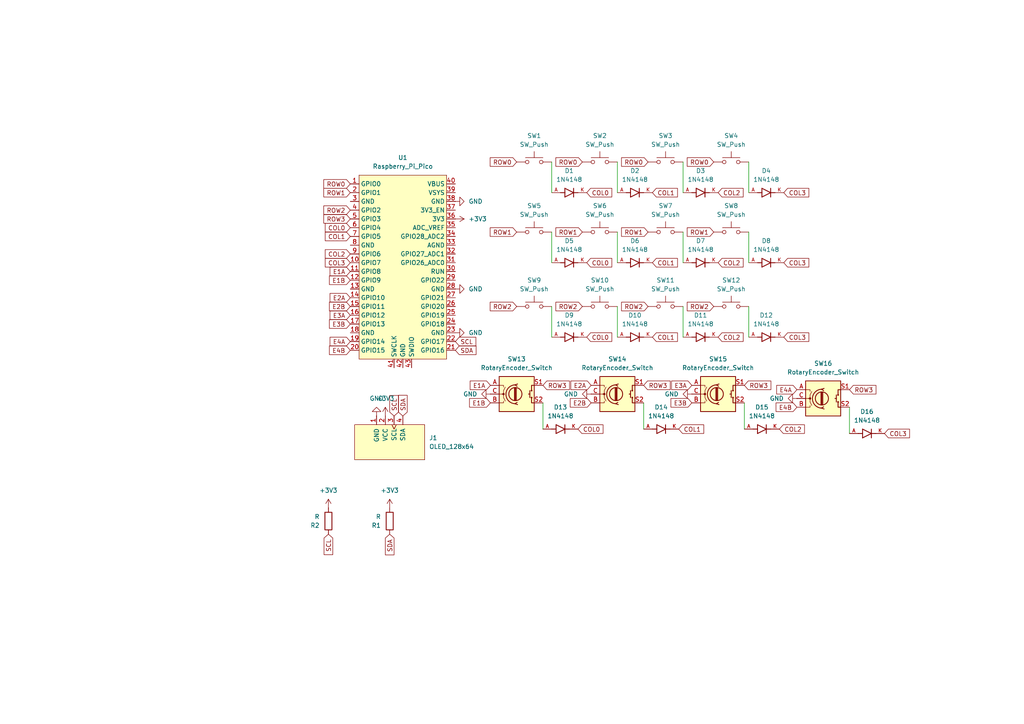
<source format=kicad_sch>
(kicad_sch
	(version 20250114)
	(generator "eeschema")
	(generator_version "9.0")
	(uuid "7c310921-8206-4655-8b17-1f96fc711edc")
	(paper "A4")
	(lib_symbols
		(symbol "1N4148 Diode:1N4148"
			(pin_names
				(offset 1.016)
			)
			(exclude_from_sim no)
			(in_bom yes)
			(on_board yes)
			(property "Reference" "D"
				(at -5.08 2.54 0)
				(effects
					(font
						(size 1.27 1.27)
					)
					(justify left bottom)
				)
			)
			(property "Value" "1N4148"
				(at -5.08 -3.81 0)
				(effects
					(font
						(size 1.27 1.27)
					)
					(justify left bottom)
				)
			)
			(property "Footprint" "1N4148:DIOAD753W49L380D172B"
				(at 0 0 0)
				(effects
					(font
						(size 1.27 1.27)
					)
					(justify bottom)
					(hide yes)
				)
			)
			(property "Datasheet" ""
				(at 0 0 0)
				(effects
					(font
						(size 1.27 1.27)
					)
					(hide yes)
				)
			)
			(property "Description" ""
				(at 0 0 0)
				(effects
					(font
						(size 1.27 1.27)
					)
					(hide yes)
				)
			)
			(property "MF" "onsemi"
				(at 0 0 0)
				(effects
					(font
						(size 1.27 1.27)
					)
					(justify bottom)
					(hide yes)
				)
			)
			(property "MAXIMUM_PACKAGE_HEIGHT" "1.91mm"
				(at 0 0 0)
				(effects
					(font
						(size 1.27 1.27)
					)
					(justify bottom)
					(hide yes)
				)
			)
			(property "Package" "AXIAL LEAD-2 ON Semiconductor"
				(at 0 0 0)
				(effects
					(font
						(size 1.27 1.27)
					)
					(justify bottom)
					(hide yes)
				)
			)
			(property "Price" "None"
				(at 0 0 0)
				(effects
					(font
						(size 1.27 1.27)
					)
					(justify bottom)
					(hide yes)
				)
			)
			(property "Check_prices" "https://www.snapeda.com/parts/1N4148/Onsemi/view-part/?ref=eda"
				(at 0 0 0)
				(effects
					(font
						(size 1.27 1.27)
					)
					(justify bottom)
					(hide yes)
				)
			)
			(property "STANDARD" "IPC-7351B"
				(at 0 0 0)
				(effects
					(font
						(size 1.27 1.27)
					)
					(justify bottom)
					(hide yes)
				)
			)
			(property "PARTREV" "5"
				(at 0 0 0)
				(effects
					(font
						(size 1.27 1.27)
					)
					(justify bottom)
					(hide yes)
				)
			)
			(property "SnapEDA_Link" "https://www.snapeda.com/parts/1N4148/Onsemi/view-part/?ref=snap"
				(at 0 0 0)
				(effects
					(font
						(size 1.27 1.27)
					)
					(justify bottom)
					(hide yes)
				)
			)
			(property "MP" "1N4148"
				(at 0 0 0)
				(effects
					(font
						(size 1.27 1.27)
					)
					(justify bottom)
					(hide yes)
				)
			)
			(property "Purchase-URL" "https://www.snapeda.com/api/url_track_click_mouser/?unipart_id=6591148&manufacturer=onsemi&part_name=1N4148&search_term=None"
				(at 0 0 0)
				(effects
					(font
						(size 1.27 1.27)
					)
					(justify bottom)
					(hide yes)
				)
			)
			(property "Description_1" "\nDiode Standard 75V 200mA Surface Mount SOD-523F\n"
				(at 0 0 0)
				(effects
					(font
						(size 1.27 1.27)
					)
					(justify bottom)
					(hide yes)
				)
			)
			(property "Availability" "In Stock"
				(at 0 0 0)
				(effects
					(font
						(size 1.27 1.27)
					)
					(justify bottom)
					(hide yes)
				)
			)
			(property "MANUFACTURER" "Onsemi"
				(at 0 0 0)
				(effects
					(font
						(size 1.27 1.27)
					)
					(justify bottom)
					(hide yes)
				)
			)
			(symbol "1N4148_0_0"
				(polyline
					(pts
						(xy -2.54 0) (xy -1.27 0)
					)
					(stroke
						(width 0.254)
						(type default)
					)
					(fill
						(type none)
					)
				)
				(polyline
					(pts
						(xy -1.27 1.27) (xy -1.27 0)
					)
					(stroke
						(width 0.254)
						(type default)
					)
					(fill
						(type none)
					)
				)
				(polyline
					(pts
						(xy -1.27 0) (xy -1.27 -1.27)
					)
					(stroke
						(width 0.254)
						(type default)
					)
					(fill
						(type none)
					)
				)
				(polyline
					(pts
						(xy -1.27 -1.27) (xy 1.27 0)
					)
					(stroke
						(width 0.254)
						(type default)
					)
					(fill
						(type none)
					)
				)
				(polyline
					(pts
						(xy 1.27 1.27) (xy 1.27 0)
					)
					(stroke
						(width 0.254)
						(type default)
					)
					(fill
						(type none)
					)
				)
				(polyline
					(pts
						(xy 1.27 0) (xy -1.27 1.27)
					)
					(stroke
						(width 0.254)
						(type default)
					)
					(fill
						(type none)
					)
				)
				(polyline
					(pts
						(xy 1.27 0) (xy 1.27 -1.27)
					)
					(stroke
						(width 0.254)
						(type default)
					)
					(fill
						(type none)
					)
				)
				(polyline
					(pts
						(xy 1.27 0) (xy 2.54 0)
					)
					(stroke
						(width 0.254)
						(type default)
					)
					(fill
						(type none)
					)
				)
				(pin passive line
					(at -5.08 0 0)
					(length 2.54)
					(name "~"
						(effects
							(font
								(size 1.016 1.016)
							)
						)
					)
					(number "A"
						(effects
							(font
								(size 1.016 1.016)
							)
						)
					)
				)
				(pin passive line
					(at 5.08 0 180)
					(length 2.54)
					(name "~"
						(effects
							(font
								(size 1.016 1.016)
							)
						)
					)
					(number "K"
						(effects
							(font
								(size 1.016 1.016)
							)
						)
					)
				)
			)
			(embedded_fonts no)
		)
		(symbol "Device:R"
			(pin_numbers
				(hide yes)
			)
			(pin_names
				(offset 0)
			)
			(exclude_from_sim no)
			(in_bom yes)
			(on_board yes)
			(property "Reference" "R"
				(at 2.032 0 90)
				(effects
					(font
						(size 1.27 1.27)
					)
				)
			)
			(property "Value" "R"
				(at 0 0 90)
				(effects
					(font
						(size 1.27 1.27)
					)
				)
			)
			(property "Footprint" ""
				(at -1.778 0 90)
				(effects
					(font
						(size 1.27 1.27)
					)
					(hide yes)
				)
			)
			(property "Datasheet" "~"
				(at 0 0 0)
				(effects
					(font
						(size 1.27 1.27)
					)
					(hide yes)
				)
			)
			(property "Description" "Resistor"
				(at 0 0 0)
				(effects
					(font
						(size 1.27 1.27)
					)
					(hide yes)
				)
			)
			(property "ki_keywords" "R res resistor"
				(at 0 0 0)
				(effects
					(font
						(size 1.27 1.27)
					)
					(hide yes)
				)
			)
			(property "ki_fp_filters" "R_*"
				(at 0 0 0)
				(effects
					(font
						(size 1.27 1.27)
					)
					(hide yes)
				)
			)
			(symbol "R_0_1"
				(rectangle
					(start -1.016 -2.54)
					(end 1.016 2.54)
					(stroke
						(width 0.254)
						(type default)
					)
					(fill
						(type none)
					)
				)
			)
			(symbol "R_1_1"
				(pin passive line
					(at 0 3.81 270)
					(length 1.27)
					(name "~"
						(effects
							(font
								(size 1.27 1.27)
							)
						)
					)
					(number "1"
						(effects
							(font
								(size 1.27 1.27)
							)
						)
					)
				)
				(pin passive line
					(at 0 -3.81 90)
					(length 1.27)
					(name "~"
						(effects
							(font
								(size 1.27 1.27)
							)
						)
					)
					(number "2"
						(effects
							(font
								(size 1.27 1.27)
							)
						)
					)
				)
			)
			(embedded_fonts no)
		)
		(symbol "Device:RotaryEncoder_Switch"
			(pin_names
				(offset 0.254)
				(hide yes)
			)
			(exclude_from_sim no)
			(in_bom yes)
			(on_board yes)
			(property "Reference" "SW"
				(at 0 6.604 0)
				(effects
					(font
						(size 1.27 1.27)
					)
				)
			)
			(property "Value" "RotaryEncoder_Switch"
				(at 0 -6.604 0)
				(effects
					(font
						(size 1.27 1.27)
					)
				)
			)
			(property "Footprint" ""
				(at -3.81 4.064 0)
				(effects
					(font
						(size 1.27 1.27)
					)
					(hide yes)
				)
			)
			(property "Datasheet" "~"
				(at 0 6.604 0)
				(effects
					(font
						(size 1.27 1.27)
					)
					(hide yes)
				)
			)
			(property "Description" "Rotary encoder, dual channel, incremental quadrate outputs, with switch"
				(at 0 0 0)
				(effects
					(font
						(size 1.27 1.27)
					)
					(hide yes)
				)
			)
			(property "ki_keywords" "rotary switch encoder switch push button"
				(at 0 0 0)
				(effects
					(font
						(size 1.27 1.27)
					)
					(hide yes)
				)
			)
			(property "ki_fp_filters" "RotaryEncoder*Switch*"
				(at 0 0 0)
				(effects
					(font
						(size 1.27 1.27)
					)
					(hide yes)
				)
			)
			(symbol "RotaryEncoder_Switch_0_1"
				(rectangle
					(start -5.08 5.08)
					(end 5.08 -5.08)
					(stroke
						(width 0.254)
						(type default)
					)
					(fill
						(type background)
					)
				)
				(polyline
					(pts
						(xy -5.08 2.54) (xy -3.81 2.54) (xy -3.81 2.032)
					)
					(stroke
						(width 0)
						(type default)
					)
					(fill
						(type none)
					)
				)
				(polyline
					(pts
						(xy -5.08 0) (xy -3.81 0) (xy -3.81 -1.016) (xy -3.302 -2.032)
					)
					(stroke
						(width 0)
						(type default)
					)
					(fill
						(type none)
					)
				)
				(polyline
					(pts
						(xy -5.08 -2.54) (xy -3.81 -2.54) (xy -3.81 -2.032)
					)
					(stroke
						(width 0)
						(type default)
					)
					(fill
						(type none)
					)
				)
				(polyline
					(pts
						(xy -4.318 0) (xy -3.81 0) (xy -3.81 1.016) (xy -3.302 2.032)
					)
					(stroke
						(width 0)
						(type default)
					)
					(fill
						(type none)
					)
				)
				(circle
					(center -3.81 0)
					(radius 0.254)
					(stroke
						(width 0)
						(type default)
					)
					(fill
						(type outline)
					)
				)
				(polyline
					(pts
						(xy -0.635 -1.778) (xy -0.635 1.778)
					)
					(stroke
						(width 0.254)
						(type default)
					)
					(fill
						(type none)
					)
				)
				(circle
					(center -0.381 0)
					(radius 1.905)
					(stroke
						(width 0.254)
						(type default)
					)
					(fill
						(type none)
					)
				)
				(polyline
					(pts
						(xy -0.381 -1.778) (xy -0.381 1.778)
					)
					(stroke
						(width 0.254)
						(type default)
					)
					(fill
						(type none)
					)
				)
				(arc
					(start -0.381 -2.794)
					(mid -3.0988 -0.0635)
					(end -0.381 2.667)
					(stroke
						(width 0.254)
						(type default)
					)
					(fill
						(type none)
					)
				)
				(polyline
					(pts
						(xy -0.127 1.778) (xy -0.127 -1.778)
					)
					(stroke
						(width 0.254)
						(type default)
					)
					(fill
						(type none)
					)
				)
				(polyline
					(pts
						(xy 0.254 2.921) (xy -0.508 2.667) (xy 0.127 2.286)
					)
					(stroke
						(width 0.254)
						(type default)
					)
					(fill
						(type none)
					)
				)
				(polyline
					(pts
						(xy 0.254 -3.048) (xy -0.508 -2.794) (xy 0.127 -2.413)
					)
					(stroke
						(width 0.254)
						(type default)
					)
					(fill
						(type none)
					)
				)
				(polyline
					(pts
						(xy 3.81 1.016) (xy 3.81 -1.016)
					)
					(stroke
						(width 0.254)
						(type default)
					)
					(fill
						(type none)
					)
				)
				(polyline
					(pts
						(xy 3.81 0) (xy 3.429 0)
					)
					(stroke
						(width 0.254)
						(type default)
					)
					(fill
						(type none)
					)
				)
				(circle
					(center 4.318 1.016)
					(radius 0.127)
					(stroke
						(width 0.254)
						(type default)
					)
					(fill
						(type none)
					)
				)
				(circle
					(center 4.318 -1.016)
					(radius 0.127)
					(stroke
						(width 0.254)
						(type default)
					)
					(fill
						(type none)
					)
				)
				(polyline
					(pts
						(xy 5.08 2.54) (xy 4.318 2.54) (xy 4.318 1.016)
					)
					(stroke
						(width 0.254)
						(type default)
					)
					(fill
						(type none)
					)
				)
				(polyline
					(pts
						(xy 5.08 -2.54) (xy 4.318 -2.54) (xy 4.318 -1.016)
					)
					(stroke
						(width 0.254)
						(type default)
					)
					(fill
						(type none)
					)
				)
			)
			(symbol "RotaryEncoder_Switch_1_1"
				(pin passive line
					(at -7.62 2.54 0)
					(length 2.54)
					(name "A"
						(effects
							(font
								(size 1.27 1.27)
							)
						)
					)
					(number "A"
						(effects
							(font
								(size 1.27 1.27)
							)
						)
					)
				)
				(pin passive line
					(at -7.62 0 0)
					(length 2.54)
					(name "C"
						(effects
							(font
								(size 1.27 1.27)
							)
						)
					)
					(number "C"
						(effects
							(font
								(size 1.27 1.27)
							)
						)
					)
				)
				(pin passive line
					(at -7.62 -2.54 0)
					(length 2.54)
					(name "B"
						(effects
							(font
								(size 1.27 1.27)
							)
						)
					)
					(number "B"
						(effects
							(font
								(size 1.27 1.27)
							)
						)
					)
				)
				(pin passive line
					(at 7.62 2.54 180)
					(length 2.54)
					(name "S1"
						(effects
							(font
								(size 1.27 1.27)
							)
						)
					)
					(number "S1"
						(effects
							(font
								(size 1.27 1.27)
							)
						)
					)
				)
				(pin passive line
					(at 7.62 -2.54 180)
					(length 2.54)
					(name "S2"
						(effects
							(font
								(size 1.27 1.27)
							)
						)
					)
					(number "S2"
						(effects
							(font
								(size 1.27 1.27)
							)
						)
					)
				)
			)
			(embedded_fonts no)
		)
		(symbol "ScottoKeebs:MCU_Raspberry_Pi_Pico"
			(exclude_from_sim no)
			(in_bom yes)
			(on_board yes)
			(property "Reference" "U"
				(at 0 0 0)
				(effects
					(font
						(size 1.27 1.27)
					)
				)
			)
			(property "Value" "Raspberry_Pi_Pico"
				(at 0 27.94 0)
				(effects
					(font
						(size 1.27 1.27)
					)
				)
			)
			(property "Footprint" "ScottoKeebs_MCU:Raspberry_Pi_Pico"
				(at 0 30.48 0)
				(effects
					(font
						(size 1.27 1.27)
					)
					(hide yes)
				)
			)
			(property "Datasheet" ""
				(at 0 0 0)
				(effects
					(font
						(size 1.27 1.27)
					)
					(hide yes)
				)
			)
			(property "Description" ""
				(at 0 0 0)
				(effects
					(font
						(size 1.27 1.27)
					)
					(hide yes)
				)
			)
			(symbol "MCU_Raspberry_Pi_Pico_0_1"
				(rectangle
					(start -12.7 26.67)
					(end 12.7 -26.67)
					(stroke
						(width 0)
						(type default)
					)
					(fill
						(type background)
					)
				)
			)
			(symbol "MCU_Raspberry_Pi_Pico_1_1"
				(pin bidirectional line
					(at -15.24 24.13 0)
					(length 2.54)
					(name "GPIO0"
						(effects
							(font
								(size 1.27 1.27)
							)
						)
					)
					(number "1"
						(effects
							(font
								(size 1.27 1.27)
							)
						)
					)
				)
				(pin bidirectional line
					(at -15.24 21.59 0)
					(length 2.54)
					(name "GPIO1"
						(effects
							(font
								(size 1.27 1.27)
							)
						)
					)
					(number "2"
						(effects
							(font
								(size 1.27 1.27)
							)
						)
					)
				)
				(pin power_in line
					(at -15.24 19.05 0)
					(length 2.54)
					(name "GND"
						(effects
							(font
								(size 1.27 1.27)
							)
						)
					)
					(number "3"
						(effects
							(font
								(size 1.27 1.27)
							)
						)
					)
				)
				(pin bidirectional line
					(at -15.24 16.51 0)
					(length 2.54)
					(name "GPIO2"
						(effects
							(font
								(size 1.27 1.27)
							)
						)
					)
					(number "4"
						(effects
							(font
								(size 1.27 1.27)
							)
						)
					)
				)
				(pin bidirectional line
					(at -15.24 13.97 0)
					(length 2.54)
					(name "GPIO3"
						(effects
							(font
								(size 1.27 1.27)
							)
						)
					)
					(number "5"
						(effects
							(font
								(size 1.27 1.27)
							)
						)
					)
				)
				(pin bidirectional line
					(at -15.24 11.43 0)
					(length 2.54)
					(name "GPIO4"
						(effects
							(font
								(size 1.27 1.27)
							)
						)
					)
					(number "6"
						(effects
							(font
								(size 1.27 1.27)
							)
						)
					)
				)
				(pin bidirectional line
					(at -15.24 8.89 0)
					(length 2.54)
					(name "GPIO5"
						(effects
							(font
								(size 1.27 1.27)
							)
						)
					)
					(number "7"
						(effects
							(font
								(size 1.27 1.27)
							)
						)
					)
				)
				(pin power_in line
					(at -15.24 6.35 0)
					(length 2.54)
					(name "GND"
						(effects
							(font
								(size 1.27 1.27)
							)
						)
					)
					(number "8"
						(effects
							(font
								(size 1.27 1.27)
							)
						)
					)
				)
				(pin bidirectional line
					(at -15.24 3.81 0)
					(length 2.54)
					(name "GPIO6"
						(effects
							(font
								(size 1.27 1.27)
							)
						)
					)
					(number "9"
						(effects
							(font
								(size 1.27 1.27)
							)
						)
					)
				)
				(pin bidirectional line
					(at -15.24 1.27 0)
					(length 2.54)
					(name "GPIO7"
						(effects
							(font
								(size 1.27 1.27)
							)
						)
					)
					(number "10"
						(effects
							(font
								(size 1.27 1.27)
							)
						)
					)
				)
				(pin bidirectional line
					(at -15.24 -1.27 0)
					(length 2.54)
					(name "GPIO8"
						(effects
							(font
								(size 1.27 1.27)
							)
						)
					)
					(number "11"
						(effects
							(font
								(size 1.27 1.27)
							)
						)
					)
				)
				(pin bidirectional line
					(at -15.24 -3.81 0)
					(length 2.54)
					(name "GPIO9"
						(effects
							(font
								(size 1.27 1.27)
							)
						)
					)
					(number "12"
						(effects
							(font
								(size 1.27 1.27)
							)
						)
					)
				)
				(pin power_in line
					(at -15.24 -6.35 0)
					(length 2.54)
					(name "GND"
						(effects
							(font
								(size 1.27 1.27)
							)
						)
					)
					(number "13"
						(effects
							(font
								(size 1.27 1.27)
							)
						)
					)
				)
				(pin bidirectional line
					(at -15.24 -8.89 0)
					(length 2.54)
					(name "GPIO10"
						(effects
							(font
								(size 1.27 1.27)
							)
						)
					)
					(number "14"
						(effects
							(font
								(size 1.27 1.27)
							)
						)
					)
				)
				(pin bidirectional line
					(at -15.24 -11.43 0)
					(length 2.54)
					(name "GPIO11"
						(effects
							(font
								(size 1.27 1.27)
							)
						)
					)
					(number "15"
						(effects
							(font
								(size 1.27 1.27)
							)
						)
					)
				)
				(pin bidirectional line
					(at -15.24 -13.97 0)
					(length 2.54)
					(name "GPIO12"
						(effects
							(font
								(size 1.27 1.27)
							)
						)
					)
					(number "16"
						(effects
							(font
								(size 1.27 1.27)
							)
						)
					)
				)
				(pin bidirectional line
					(at -15.24 -16.51 0)
					(length 2.54)
					(name "GPIO13"
						(effects
							(font
								(size 1.27 1.27)
							)
						)
					)
					(number "17"
						(effects
							(font
								(size 1.27 1.27)
							)
						)
					)
				)
				(pin power_in line
					(at -15.24 -19.05 0)
					(length 2.54)
					(name "GND"
						(effects
							(font
								(size 1.27 1.27)
							)
						)
					)
					(number "18"
						(effects
							(font
								(size 1.27 1.27)
							)
						)
					)
				)
				(pin bidirectional line
					(at -15.24 -21.59 0)
					(length 2.54)
					(name "GPIO14"
						(effects
							(font
								(size 1.27 1.27)
							)
						)
					)
					(number "19"
						(effects
							(font
								(size 1.27 1.27)
							)
						)
					)
				)
				(pin bidirectional line
					(at -15.24 -24.13 0)
					(length 2.54)
					(name "GPIO15"
						(effects
							(font
								(size 1.27 1.27)
							)
						)
					)
					(number "20"
						(effects
							(font
								(size 1.27 1.27)
							)
						)
					)
				)
				(pin input line
					(at -2.54 -29.21 90)
					(length 2.54)
					(name "SWCLK"
						(effects
							(font
								(size 1.27 1.27)
							)
						)
					)
					(number "41"
						(effects
							(font
								(size 1.27 1.27)
							)
						)
					)
				)
				(pin power_in line
					(at 0 -29.21 90)
					(length 2.54)
					(name "GND"
						(effects
							(font
								(size 1.27 1.27)
							)
						)
					)
					(number "42"
						(effects
							(font
								(size 1.27 1.27)
							)
						)
					)
				)
				(pin bidirectional line
					(at 2.54 -29.21 90)
					(length 2.54)
					(name "SWDIO"
						(effects
							(font
								(size 1.27 1.27)
							)
						)
					)
					(number "43"
						(effects
							(font
								(size 1.27 1.27)
							)
						)
					)
				)
				(pin power_in line
					(at 15.24 24.13 180)
					(length 2.54)
					(name "VBUS"
						(effects
							(font
								(size 1.27 1.27)
							)
						)
					)
					(number "40"
						(effects
							(font
								(size 1.27 1.27)
							)
						)
					)
				)
				(pin power_in line
					(at 15.24 21.59 180)
					(length 2.54)
					(name "VSYS"
						(effects
							(font
								(size 1.27 1.27)
							)
						)
					)
					(number "39"
						(effects
							(font
								(size 1.27 1.27)
							)
						)
					)
				)
				(pin bidirectional line
					(at 15.24 19.05 180)
					(length 2.54)
					(name "GND"
						(effects
							(font
								(size 1.27 1.27)
							)
						)
					)
					(number "38"
						(effects
							(font
								(size 1.27 1.27)
							)
						)
					)
				)
				(pin input line
					(at 15.24 16.51 180)
					(length 2.54)
					(name "3V3_EN"
						(effects
							(font
								(size 1.27 1.27)
							)
						)
					)
					(number "37"
						(effects
							(font
								(size 1.27 1.27)
							)
						)
					)
				)
				(pin power_in line
					(at 15.24 13.97 180)
					(length 2.54)
					(name "3V3"
						(effects
							(font
								(size 1.27 1.27)
							)
						)
					)
					(number "36"
						(effects
							(font
								(size 1.27 1.27)
							)
						)
					)
				)
				(pin power_in line
					(at 15.24 11.43 180)
					(length 2.54)
					(name "ADC_VREF"
						(effects
							(font
								(size 1.27 1.27)
							)
						)
					)
					(number "35"
						(effects
							(font
								(size 1.27 1.27)
							)
						)
					)
				)
				(pin bidirectional line
					(at 15.24 8.89 180)
					(length 2.54)
					(name "GPIO28_ADC2"
						(effects
							(font
								(size 1.27 1.27)
							)
						)
					)
					(number "34"
						(effects
							(font
								(size 1.27 1.27)
							)
						)
					)
				)
				(pin power_in line
					(at 15.24 6.35 180)
					(length 2.54)
					(name "AGND"
						(effects
							(font
								(size 1.27 1.27)
							)
						)
					)
					(number "33"
						(effects
							(font
								(size 1.27 1.27)
							)
						)
					)
				)
				(pin bidirectional line
					(at 15.24 3.81 180)
					(length 2.54)
					(name "GPIO27_ADC1"
						(effects
							(font
								(size 1.27 1.27)
							)
						)
					)
					(number "32"
						(effects
							(font
								(size 1.27 1.27)
							)
						)
					)
				)
				(pin bidirectional line
					(at 15.24 1.27 180)
					(length 2.54)
					(name "GPIO26_ADC0"
						(effects
							(font
								(size 1.27 1.27)
							)
						)
					)
					(number "31"
						(effects
							(font
								(size 1.27 1.27)
							)
						)
					)
				)
				(pin input line
					(at 15.24 -1.27 180)
					(length 2.54)
					(name "RUN"
						(effects
							(font
								(size 1.27 1.27)
							)
						)
					)
					(number "30"
						(effects
							(font
								(size 1.27 1.27)
							)
						)
					)
				)
				(pin bidirectional line
					(at 15.24 -3.81 180)
					(length 2.54)
					(name "GPIO22"
						(effects
							(font
								(size 1.27 1.27)
							)
						)
					)
					(number "29"
						(effects
							(font
								(size 1.27 1.27)
							)
						)
					)
				)
				(pin power_in line
					(at 15.24 -6.35 180)
					(length 2.54)
					(name "GND"
						(effects
							(font
								(size 1.27 1.27)
							)
						)
					)
					(number "28"
						(effects
							(font
								(size 1.27 1.27)
							)
						)
					)
				)
				(pin bidirectional line
					(at 15.24 -8.89 180)
					(length 2.54)
					(name "GPIO21"
						(effects
							(font
								(size 1.27 1.27)
							)
						)
					)
					(number "27"
						(effects
							(font
								(size 1.27 1.27)
							)
						)
					)
				)
				(pin bidirectional line
					(at 15.24 -11.43 180)
					(length 2.54)
					(name "GPIO20"
						(effects
							(font
								(size 1.27 1.27)
							)
						)
					)
					(number "26"
						(effects
							(font
								(size 1.27 1.27)
							)
						)
					)
				)
				(pin bidirectional line
					(at 15.24 -13.97 180)
					(length 2.54)
					(name "GPIO19"
						(effects
							(font
								(size 1.27 1.27)
							)
						)
					)
					(number "25"
						(effects
							(font
								(size 1.27 1.27)
							)
						)
					)
				)
				(pin bidirectional line
					(at 15.24 -16.51 180)
					(length 2.54)
					(name "GPIO18"
						(effects
							(font
								(size 1.27 1.27)
							)
						)
					)
					(number "24"
						(effects
							(font
								(size 1.27 1.27)
							)
						)
					)
				)
				(pin power_in line
					(at 15.24 -19.05 180)
					(length 2.54)
					(name "GND"
						(effects
							(font
								(size 1.27 1.27)
							)
						)
					)
					(number "23"
						(effects
							(font
								(size 1.27 1.27)
							)
						)
					)
				)
				(pin bidirectional line
					(at 15.24 -21.59 180)
					(length 2.54)
					(name "GPIO17"
						(effects
							(font
								(size 1.27 1.27)
							)
						)
					)
					(number "22"
						(effects
							(font
								(size 1.27 1.27)
							)
						)
					)
				)
				(pin bidirectional line
					(at 15.24 -24.13 180)
					(length 2.54)
					(name "GPIO16"
						(effects
							(font
								(size 1.27 1.27)
							)
						)
					)
					(number "21"
						(effects
							(font
								(size 1.27 1.27)
							)
						)
					)
				)
			)
			(embedded_fonts no)
		)
		(symbol "ScottoKeebs:OLED_128x64"
			(pin_names
				(offset 1.016)
			)
			(exclude_from_sim no)
			(in_bom yes)
			(on_board yes)
			(property "Reference" "J"
				(at 0 -11.43 0)
				(effects
					(font
						(size 1.27 1.27)
					)
				)
			)
			(property "Value" "OLED_128x64"
				(at 0 -7.62 0)
				(effects
					(font
						(size 1.27 1.27)
					)
				)
			)
			(property "Footprint" "ScottoKeebs_Components:OLED_128x64"
				(at 0 -13.97 0)
				(effects
					(font
						(size 1.27 1.27)
					)
					(hide yes)
				)
			)
			(property "Datasheet" ""
				(at 1.27 0 90)
				(effects
					(font
						(size 1.27 1.27)
					)
					(hide yes)
				)
			)
			(property "Description" ""
				(at 0 0 0)
				(effects
					(font
						(size 1.27 1.27)
					)
					(hide yes)
				)
			)
			(symbol "OLED_128x64_0_1"
				(rectangle
					(start 10.16 -10.16)
					(end -10.16 0)
					(stroke
						(width 0)
						(type default)
					)
					(fill
						(type background)
					)
				)
			)
			(symbol "OLED_128x64_1_1"
				(pin power_in line
					(at -3.81 2.54 270)
					(length 2.54)
					(name "GND"
						(effects
							(font
								(size 1.27 1.27)
							)
						)
					)
					(number "1"
						(effects
							(font
								(size 1.27 1.27)
							)
						)
					)
				)
				(pin power_in line
					(at -1.27 2.54 270)
					(length 2.54)
					(name "VCC"
						(effects
							(font
								(size 1.27 1.27)
							)
						)
					)
					(number "2"
						(effects
							(font
								(size 1.27 1.27)
							)
						)
					)
				)
				(pin input clock
					(at 1.27 2.54 270)
					(length 2.54)
					(name "SCL"
						(effects
							(font
								(size 1.27 1.27)
							)
						)
					)
					(number "3"
						(effects
							(font
								(size 1.27 1.27)
							)
						)
					)
				)
				(pin bidirectional line
					(at 3.81 2.54 270)
					(length 2.54)
					(name "SDA"
						(effects
							(font
								(size 1.27 1.27)
							)
						)
					)
					(number "4"
						(effects
							(font
								(size 1.27 1.27)
							)
						)
					)
				)
			)
			(embedded_fonts no)
		)
		(symbol "Switch:SW_Push"
			(pin_numbers
				(hide yes)
			)
			(pin_names
				(offset 1.016)
				(hide yes)
			)
			(exclude_from_sim no)
			(in_bom yes)
			(on_board yes)
			(property "Reference" "SW"
				(at 1.27 2.54 0)
				(effects
					(font
						(size 1.27 1.27)
					)
					(justify left)
				)
			)
			(property "Value" "SW_Push"
				(at 0 -1.524 0)
				(effects
					(font
						(size 1.27 1.27)
					)
				)
			)
			(property "Footprint" ""
				(at 0 5.08 0)
				(effects
					(font
						(size 1.27 1.27)
					)
					(hide yes)
				)
			)
			(property "Datasheet" "~"
				(at 0 5.08 0)
				(effects
					(font
						(size 1.27 1.27)
					)
					(hide yes)
				)
			)
			(property "Description" "Push button switch, generic, two pins"
				(at 0 0 0)
				(effects
					(font
						(size 1.27 1.27)
					)
					(hide yes)
				)
			)
			(property "ki_keywords" "switch normally-open pushbutton push-button"
				(at 0 0 0)
				(effects
					(font
						(size 1.27 1.27)
					)
					(hide yes)
				)
			)
			(symbol "SW_Push_0_1"
				(circle
					(center -2.032 0)
					(radius 0.508)
					(stroke
						(width 0)
						(type default)
					)
					(fill
						(type none)
					)
				)
				(polyline
					(pts
						(xy 0 1.27) (xy 0 3.048)
					)
					(stroke
						(width 0)
						(type default)
					)
					(fill
						(type none)
					)
				)
				(circle
					(center 2.032 0)
					(radius 0.508)
					(stroke
						(width 0)
						(type default)
					)
					(fill
						(type none)
					)
				)
				(polyline
					(pts
						(xy 2.54 1.27) (xy -2.54 1.27)
					)
					(stroke
						(width 0)
						(type default)
					)
					(fill
						(type none)
					)
				)
				(pin passive line
					(at -5.08 0 0)
					(length 2.54)
					(name "1"
						(effects
							(font
								(size 1.27 1.27)
							)
						)
					)
					(number "1"
						(effects
							(font
								(size 1.27 1.27)
							)
						)
					)
				)
				(pin passive line
					(at 5.08 0 180)
					(length 2.54)
					(name "2"
						(effects
							(font
								(size 1.27 1.27)
							)
						)
					)
					(number "2"
						(effects
							(font
								(size 1.27 1.27)
							)
						)
					)
				)
			)
			(embedded_fonts no)
		)
		(symbol "power:+3V3"
			(power)
			(pin_numbers
				(hide yes)
			)
			(pin_names
				(offset 0)
				(hide yes)
			)
			(exclude_from_sim no)
			(in_bom yes)
			(on_board yes)
			(property "Reference" "#PWR"
				(at 0 -3.81 0)
				(effects
					(font
						(size 1.27 1.27)
					)
					(hide yes)
				)
			)
			(property "Value" "+3V3"
				(at 0 3.556 0)
				(effects
					(font
						(size 1.27 1.27)
					)
				)
			)
			(property "Footprint" ""
				(at 0 0 0)
				(effects
					(font
						(size 1.27 1.27)
					)
					(hide yes)
				)
			)
			(property "Datasheet" ""
				(at 0 0 0)
				(effects
					(font
						(size 1.27 1.27)
					)
					(hide yes)
				)
			)
			(property "Description" "Power symbol creates a global label with name \"+3V3\""
				(at 0 0 0)
				(effects
					(font
						(size 1.27 1.27)
					)
					(hide yes)
				)
			)
			(property "ki_keywords" "global power"
				(at 0 0 0)
				(effects
					(font
						(size 1.27 1.27)
					)
					(hide yes)
				)
			)
			(symbol "+3V3_0_1"
				(polyline
					(pts
						(xy -0.762 1.27) (xy 0 2.54)
					)
					(stroke
						(width 0)
						(type default)
					)
					(fill
						(type none)
					)
				)
				(polyline
					(pts
						(xy 0 2.54) (xy 0.762 1.27)
					)
					(stroke
						(width 0)
						(type default)
					)
					(fill
						(type none)
					)
				)
				(polyline
					(pts
						(xy 0 0) (xy 0 2.54)
					)
					(stroke
						(width 0)
						(type default)
					)
					(fill
						(type none)
					)
				)
			)
			(symbol "+3V3_1_1"
				(pin power_in line
					(at 0 0 90)
					(length 0)
					(name "~"
						(effects
							(font
								(size 1.27 1.27)
							)
						)
					)
					(number "1"
						(effects
							(font
								(size 1.27 1.27)
							)
						)
					)
				)
			)
			(embedded_fonts no)
		)
		(symbol "power:GND"
			(power)
			(pin_numbers
				(hide yes)
			)
			(pin_names
				(offset 0)
				(hide yes)
			)
			(exclude_from_sim no)
			(in_bom yes)
			(on_board yes)
			(property "Reference" "#PWR"
				(at 0 -6.35 0)
				(effects
					(font
						(size 1.27 1.27)
					)
					(hide yes)
				)
			)
			(property "Value" "GND"
				(at 0 -3.81 0)
				(effects
					(font
						(size 1.27 1.27)
					)
				)
			)
			(property "Footprint" ""
				(at 0 0 0)
				(effects
					(font
						(size 1.27 1.27)
					)
					(hide yes)
				)
			)
			(property "Datasheet" ""
				(at 0 0 0)
				(effects
					(font
						(size 1.27 1.27)
					)
					(hide yes)
				)
			)
			(property "Description" "Power symbol creates a global label with name \"GND\" , ground"
				(at 0 0 0)
				(effects
					(font
						(size 1.27 1.27)
					)
					(hide yes)
				)
			)
			(property "ki_keywords" "global power"
				(at 0 0 0)
				(effects
					(font
						(size 1.27 1.27)
					)
					(hide yes)
				)
			)
			(symbol "GND_0_1"
				(polyline
					(pts
						(xy 0 0) (xy 0 -1.27) (xy 1.27 -1.27) (xy 0 -2.54) (xy -1.27 -1.27) (xy 0 -1.27)
					)
					(stroke
						(width 0)
						(type default)
					)
					(fill
						(type none)
					)
				)
			)
			(symbol "GND_1_1"
				(pin power_in line
					(at 0 0 270)
					(length 0)
					(name "~"
						(effects
							(font
								(size 1.27 1.27)
							)
						)
					)
					(number "1"
						(effects
							(font
								(size 1.27 1.27)
							)
						)
					)
				)
			)
			(embedded_fonts no)
		)
	)
	(wire
		(pts
			(xy 198.12 46.99) (xy 198.12 55.88)
		)
		(stroke
			(width 0)
			(type default)
		)
		(uuid "33ac31a0-311b-4081-85b8-509a5af0ac0f")
	)
	(wire
		(pts
			(xy 198.12 67.31) (xy 198.12 76.2)
		)
		(stroke
			(width 0)
			(type default)
		)
		(uuid "3fb829de-3cc0-40d0-a7f2-06f9132a89e4")
	)
	(wire
		(pts
			(xy 179.07 88.9) (xy 179.07 97.79)
		)
		(stroke
			(width 0)
			(type default)
		)
		(uuid "45efad4c-1a72-4e5f-ad2b-69c305550412")
	)
	(wire
		(pts
			(xy 160.02 46.99) (xy 160.02 55.88)
		)
		(stroke
			(width 0)
			(type default)
		)
		(uuid "5a811725-6a4c-4650-9616-316a0a1ff1e4")
	)
	(wire
		(pts
			(xy 179.07 46.99) (xy 179.07 55.88)
		)
		(stroke
			(width 0)
			(type default)
		)
		(uuid "5e6c60a9-1e02-493a-804c-7b63b44a6ae5")
	)
	(wire
		(pts
			(xy 215.9 116.84) (xy 215.9 124.46)
		)
		(stroke
			(width 0)
			(type default)
		)
		(uuid "6a9fc7ec-0b8b-40ce-ae36-36fad18d3b71")
	)
	(wire
		(pts
			(xy 160.02 88.9) (xy 160.02 97.79)
		)
		(stroke
			(width 0)
			(type default)
		)
		(uuid "77ca59eb-4231-40e9-8ab3-a56f84b12054")
	)
	(wire
		(pts
			(xy 179.07 67.31) (xy 179.07 76.2)
		)
		(stroke
			(width 0)
			(type default)
		)
		(uuid "817ce79e-0e81-4fa4-b3ee-9ec1371e638a")
	)
	(wire
		(pts
			(xy 246.38 118.11) (xy 246.38 125.73)
		)
		(stroke
			(width 0)
			(type default)
		)
		(uuid "84486a00-18cd-47bd-93b9-4b3f2aa0994f")
	)
	(wire
		(pts
			(xy 198.12 88.9) (xy 198.12 97.79)
		)
		(stroke
			(width 0)
			(type default)
		)
		(uuid "8ee93c34-5f0b-4b7b-ae27-ca153f602220")
	)
	(wire
		(pts
			(xy 217.17 67.31) (xy 217.17 76.2)
		)
		(stroke
			(width 0)
			(type default)
		)
		(uuid "9db1bd48-d3ab-42f9-8c18-88fdbbe57bcb")
	)
	(wire
		(pts
			(xy 160.02 67.31) (xy 160.02 76.2)
		)
		(stroke
			(width 0)
			(type default)
		)
		(uuid "aa013cc0-8588-4977-9796-3edaeb042639")
	)
	(wire
		(pts
			(xy 186.69 116.84) (xy 186.69 124.46)
		)
		(stroke
			(width 0)
			(type default)
		)
		(uuid "b6f1b1df-3a9a-4958-8c5a-26282e0c2512")
	)
	(wire
		(pts
			(xy 157.48 116.84) (xy 157.48 124.46)
		)
		(stroke
			(width 0)
			(type default)
		)
		(uuid "d3bd4903-90d0-44ff-a144-c1f152667034")
	)
	(wire
		(pts
			(xy 217.17 46.99) (xy 217.17 55.88)
		)
		(stroke
			(width 0)
			(type default)
		)
		(uuid "d3e46a05-7615-4313-bd63-67f062cffd5d")
	)
	(wire
		(pts
			(xy 217.17 88.9) (xy 217.17 97.79)
		)
		(stroke
			(width 0)
			(type default)
		)
		(uuid "fca872c3-d8bc-4711-adf9-63b1661fc410")
	)
	(global_label "COL3"
		(shape input)
		(at 227.33 76.2 0)
		(fields_autoplaced yes)
		(effects
			(font
				(size 1.27 1.27)
			)
			(justify left)
		)
		(uuid "0198b324-9824-4e42-82c1-201c890258da")
		(property "Intersheetrefs" "${INTERSHEET_REFS}"
			(at 235.1533 76.2 0)
			(effects
				(font
					(size 1.27 1.27)
				)
				(justify left)
				(hide yes)
			)
		)
	)
	(global_label "COL2"
		(shape input)
		(at 208.28 76.2 0)
		(fields_autoplaced yes)
		(effects
			(font
				(size 1.27 1.27)
			)
			(justify left)
		)
		(uuid "0786f2c0-4102-4cf0-96b1-44f264869fe8")
		(property "Intersheetrefs" "${INTERSHEET_REFS}"
			(at 216.1033 76.2 0)
			(effects
				(font
					(size 1.27 1.27)
				)
				(justify left)
				(hide yes)
			)
		)
	)
	(global_label "ROW0"
		(shape input)
		(at 187.96 46.99 180)
		(fields_autoplaced yes)
		(effects
			(font
				(size 1.27 1.27)
			)
			(justify right)
		)
		(uuid "09bee40a-a449-4d98-8f66-999ff4c1df78")
		(property "Intersheetrefs" "${INTERSHEET_REFS}"
			(at 179.7134 46.99 0)
			(effects
				(font
					(size 1.27 1.27)
				)
				(justify right)
				(hide yes)
			)
		)
	)
	(global_label "ROW1"
		(shape input)
		(at 101.6 55.88 180)
		(fields_autoplaced yes)
		(effects
			(font
				(size 1.27 1.27)
			)
			(justify right)
		)
		(uuid "09fc48f8-7c04-4f34-90a6-7fe5f48ce3ee")
		(property "Intersheetrefs" "${INTERSHEET_REFS}"
			(at 93.3534 55.88 0)
			(effects
				(font
					(size 1.27 1.27)
				)
				(justify right)
				(hide yes)
			)
		)
	)
	(global_label "SDA"
		(shape input)
		(at 116.84 120.65 90)
		(fields_autoplaced yes)
		(effects
			(font
				(size 1.27 1.27)
			)
			(justify left)
		)
		(uuid "0b76c37c-b42c-4192-ba56-ef753734c8c2")
		(property "Intersheetrefs" "${INTERSHEET_REFS}"
			(at 116.84 114.0967 90)
			(effects
				(font
					(size 1.27 1.27)
				)
				(justify left)
				(hide yes)
			)
		)
	)
	(global_label "E1B"
		(shape input)
		(at 101.6 81.28 180)
		(fields_autoplaced yes)
		(effects
			(font
				(size 1.27 1.27)
			)
			(justify right)
		)
		(uuid "0ccc16d8-6430-45a4-bf88-2d13cb62f069")
		(property "Intersheetrefs" "${INTERSHEET_REFS}"
			(at 94.9863 81.28 0)
			(effects
				(font
					(size 1.27 1.27)
				)
				(justify right)
				(hide yes)
			)
		)
	)
	(global_label "COL0"
		(shape input)
		(at 170.18 55.88 0)
		(fields_autoplaced yes)
		(effects
			(font
				(size 1.27 1.27)
			)
			(justify left)
		)
		(uuid "0e535120-f987-420d-a02a-3d40ff8cf629")
		(property "Intersheetrefs" "${INTERSHEET_REFS}"
			(at 178.0033 55.88 0)
			(effects
				(font
					(size 1.27 1.27)
				)
				(justify left)
				(hide yes)
			)
		)
	)
	(global_label "COL3"
		(shape input)
		(at 227.33 55.88 0)
		(fields_autoplaced yes)
		(effects
			(font
				(size 1.27 1.27)
			)
			(justify left)
		)
		(uuid "0f594a25-d06f-4a43-a1d5-2d94780415b8")
		(property "Intersheetrefs" "${INTERSHEET_REFS}"
			(at 235.1533 55.88 0)
			(effects
				(font
					(size 1.27 1.27)
				)
				(justify left)
				(hide yes)
			)
		)
	)
	(global_label "SCL"
		(shape input)
		(at 95.25 154.94 270)
		(fields_autoplaced yes)
		(effects
			(font
				(size 1.27 1.27)
			)
			(justify right)
		)
		(uuid "10924717-f065-451c-b29e-a615dfa4757f")
		(property "Intersheetrefs" "${INTERSHEET_REFS}"
			(at 95.25 161.4328 90)
			(effects
				(font
					(size 1.27 1.27)
				)
				(justify right)
				(hide yes)
			)
		)
	)
	(global_label "COL0"
		(shape input)
		(at 170.18 97.79 0)
		(fields_autoplaced yes)
		(effects
			(font
				(size 1.27 1.27)
			)
			(justify left)
		)
		(uuid "133138ef-a8f9-4901-aae5-cc244fd7c02b")
		(property "Intersheetrefs" "${INTERSHEET_REFS}"
			(at 178.0033 97.79 0)
			(effects
				(font
					(size 1.27 1.27)
				)
				(justify left)
				(hide yes)
			)
		)
	)
	(global_label "COL3"
		(shape input)
		(at 101.6 76.2 180)
		(fields_autoplaced yes)
		(effects
			(font
				(size 1.27 1.27)
			)
			(justify right)
		)
		(uuid "19be2a68-3720-4e2c-b425-42207b885c08")
		(property "Intersheetrefs" "${INTERSHEET_REFS}"
			(at 93.7767 76.2 0)
			(effects
				(font
					(size 1.27 1.27)
				)
				(justify right)
				(hide yes)
			)
		)
	)
	(global_label "E1A"
		(shape input)
		(at 101.6 78.74 180)
		(fields_autoplaced yes)
		(effects
			(font
				(size 1.27 1.27)
			)
			(justify right)
		)
		(uuid "1aab2f7b-193f-4286-9759-55756f8b59e5")
		(property "Intersheetrefs" "${INTERSHEET_REFS}"
			(at 95.1677 78.74 0)
			(effects
				(font
					(size 1.27 1.27)
				)
				(justify right)
				(hide yes)
			)
		)
	)
	(global_label "ROW2"
		(shape input)
		(at 207.01 88.9 180)
		(fields_autoplaced yes)
		(effects
			(font
				(size 1.27 1.27)
			)
			(justify right)
		)
		(uuid "1b07f3e4-7ae9-4698-975c-d66425903e7c")
		(property "Intersheetrefs" "${INTERSHEET_REFS}"
			(at 198.7634 88.9 0)
			(effects
				(font
					(size 1.27 1.27)
				)
				(justify right)
				(hide yes)
			)
		)
	)
	(global_label "COL3"
		(shape input)
		(at 256.54 125.73 0)
		(fields_autoplaced yes)
		(effects
			(font
				(size 1.27 1.27)
			)
			(justify left)
		)
		(uuid "1f08f394-1401-446d-8908-cd4e3c0c1758")
		(property "Intersheetrefs" "${INTERSHEET_REFS}"
			(at 264.3633 125.73 0)
			(effects
				(font
					(size 1.27 1.27)
				)
				(justify left)
				(hide yes)
			)
		)
	)
	(global_label "ROW3"
		(shape input)
		(at 101.6 63.5 180)
		(fields_autoplaced yes)
		(effects
			(font
				(size 1.27 1.27)
			)
			(justify right)
		)
		(uuid "2117cfa3-f773-431e-a609-ee73414b7955")
		(property "Intersheetrefs" "${INTERSHEET_REFS}"
			(at 93.3534 63.5 0)
			(effects
				(font
					(size 1.27 1.27)
				)
				(justify right)
				(hide yes)
			)
		)
	)
	(global_label "ROW2"
		(shape input)
		(at 149.86 88.9 180)
		(fields_autoplaced yes)
		(effects
			(font
				(size 1.27 1.27)
			)
			(justify right)
		)
		(uuid "30796a85-d755-48a6-9e85-39071a2f498b")
		(property "Intersheetrefs" "${INTERSHEET_REFS}"
			(at 141.6134 88.9 0)
			(effects
				(font
					(size 1.27 1.27)
				)
				(justify right)
				(hide yes)
			)
		)
	)
	(global_label "COL2"
		(shape input)
		(at 226.06 124.46 0)
		(fields_autoplaced yes)
		(effects
			(font
				(size 1.27 1.27)
			)
			(justify left)
		)
		(uuid "31484ecc-2147-4d9b-ba97-921a13d9004f")
		(property "Intersheetrefs" "${INTERSHEET_REFS}"
			(at 233.8833 124.46 0)
			(effects
				(font
					(size 1.27 1.27)
				)
				(justify left)
				(hide yes)
			)
		)
	)
	(global_label "SDA"
		(shape input)
		(at 132.08 101.6 0)
		(fields_autoplaced yes)
		(effects
			(font
				(size 1.27 1.27)
			)
			(justify left)
		)
		(uuid "36e8c598-0bc3-42f3-84d1-f622ffcb567f")
		(property "Intersheetrefs" "${INTERSHEET_REFS}"
			(at 138.6333 101.6 0)
			(effects
				(font
					(size 1.27 1.27)
				)
				(justify left)
				(hide yes)
			)
		)
	)
	(global_label "E4B"
		(shape input)
		(at 101.6 101.6 180)
		(fields_autoplaced yes)
		(effects
			(font
				(size 1.27 1.27)
			)
			(justify right)
		)
		(uuid "388ed035-10ba-4005-864f-273d367b4074")
		(property "Intersheetrefs" "${INTERSHEET_REFS}"
			(at 94.9863 101.6 0)
			(effects
				(font
					(size 1.27 1.27)
				)
				(justify right)
				(hide yes)
			)
		)
	)
	(global_label "ROW3"
		(shape input)
		(at 157.48 111.76 0)
		(fields_autoplaced yes)
		(effects
			(font
				(size 1.27 1.27)
			)
			(justify left)
		)
		(uuid "4179b701-4744-4add-9a5b-0236d2f9021a")
		(property "Intersheetrefs" "${INTERSHEET_REFS}"
			(at 165.7266 111.76 0)
			(effects
				(font
					(size 1.27 1.27)
				)
				(justify left)
				(hide yes)
			)
		)
	)
	(global_label "ROW3"
		(shape input)
		(at 215.9 111.76 0)
		(fields_autoplaced yes)
		(effects
			(font
				(size 1.27 1.27)
			)
			(justify left)
		)
		(uuid "4a8de949-bf17-4d1b-94e2-c9d25fd8ae60")
		(property "Intersheetrefs" "${INTERSHEET_REFS}"
			(at 224.1466 111.76 0)
			(effects
				(font
					(size 1.27 1.27)
				)
				(justify left)
				(hide yes)
			)
		)
	)
	(global_label "ROW0"
		(shape input)
		(at 168.91 46.99 180)
		(fields_autoplaced yes)
		(effects
			(font
				(size 1.27 1.27)
			)
			(justify right)
		)
		(uuid "4bb6fa18-cf69-4913-9f98-84f7185fcf84")
		(property "Intersheetrefs" "${INTERSHEET_REFS}"
			(at 160.6634 46.99 0)
			(effects
				(font
					(size 1.27 1.27)
				)
				(justify right)
				(hide yes)
			)
		)
	)
	(global_label "E2B"
		(shape input)
		(at 101.6 88.9 180)
		(fields_autoplaced yes)
		(effects
			(font
				(size 1.27 1.27)
			)
			(justify right)
		)
		(uuid "54510873-58c6-4930-9f12-39109b795046")
		(property "Intersheetrefs" "${INTERSHEET_REFS}"
			(at 94.9863 88.9 0)
			(effects
				(font
					(size 1.27 1.27)
				)
				(justify right)
				(hide yes)
			)
		)
	)
	(global_label "E4A"
		(shape input)
		(at 231.14 113.03 180)
		(fields_autoplaced yes)
		(effects
			(font
				(size 1.27 1.27)
			)
			(justify right)
		)
		(uuid "55372a23-3f0d-48ad-9ea8-f18667a34eb3")
		(property "Intersheetrefs" "${INTERSHEET_REFS}"
			(at 224.7077 113.03 0)
			(effects
				(font
					(size 1.27 1.27)
				)
				(justify right)
				(hide yes)
			)
		)
	)
	(global_label "COL1"
		(shape input)
		(at 196.85 124.46 0)
		(fields_autoplaced yes)
		(effects
			(font
				(size 1.27 1.27)
			)
			(justify left)
		)
		(uuid "56981f2f-9f5b-4234-8ff7-432a08e3bc06")
		(property "Intersheetrefs" "${INTERSHEET_REFS}"
			(at 204.6733 124.46 0)
			(effects
				(font
					(size 1.27 1.27)
				)
				(justify left)
				(hide yes)
			)
		)
	)
	(global_label "E4A"
		(shape input)
		(at 101.6 99.06 180)
		(fields_autoplaced yes)
		(effects
			(font
				(size 1.27 1.27)
			)
			(justify right)
		)
		(uuid "5e95869e-c5ae-4833-a721-c0323dbed4d1")
		(property "Intersheetrefs" "${INTERSHEET_REFS}"
			(at 95.1677 99.06 0)
			(effects
				(font
					(size 1.27 1.27)
				)
				(justify right)
				(hide yes)
			)
		)
	)
	(global_label "SCL"
		(shape input)
		(at 132.08 99.06 0)
		(fields_autoplaced yes)
		(effects
			(font
				(size 1.27 1.27)
			)
			(justify left)
		)
		(uuid "6e99299f-4d2b-45a7-a2c8-a8cb9aa38ae2")
		(property "Intersheetrefs" "${INTERSHEET_REFS}"
			(at 138.5728 99.06 0)
			(effects
				(font
					(size 1.27 1.27)
				)
				(justify left)
				(hide yes)
			)
		)
	)
	(global_label "E1A"
		(shape input)
		(at 142.24 111.76 180)
		(fields_autoplaced yes)
		(effects
			(font
				(size 1.27 1.27)
			)
			(justify right)
		)
		(uuid "7a2281fc-4a6b-4898-a34e-f364fe1b6808")
		(property "Intersheetrefs" "${INTERSHEET_REFS}"
			(at 135.8077 111.76 0)
			(effects
				(font
					(size 1.27 1.27)
				)
				(justify right)
				(hide yes)
			)
		)
	)
	(global_label "COL1"
		(shape input)
		(at 189.23 97.79 0)
		(fields_autoplaced yes)
		(effects
			(font
				(size 1.27 1.27)
			)
			(justify left)
		)
		(uuid "7a660b4e-a639-4cd7-9f13-2cfb77f82623")
		(property "Intersheetrefs" "${INTERSHEET_REFS}"
			(at 197.0533 97.79 0)
			(effects
				(font
					(size 1.27 1.27)
				)
				(justify left)
				(hide yes)
			)
		)
	)
	(global_label "E3A"
		(shape input)
		(at 200.66 111.76 180)
		(fields_autoplaced yes)
		(effects
			(font
				(size 1.27 1.27)
			)
			(justify right)
		)
		(uuid "7fd42338-e71b-4eba-9125-16d24e4be059")
		(property "Intersheetrefs" "${INTERSHEET_REFS}"
			(at 194.2277 111.76 0)
			(effects
				(font
					(size 1.27 1.27)
				)
				(justify right)
				(hide yes)
			)
		)
	)
	(global_label "E4B"
		(shape input)
		(at 231.14 118.11 180)
		(fields_autoplaced yes)
		(effects
			(font
				(size 1.27 1.27)
			)
			(justify right)
		)
		(uuid "88331cde-fd18-4db2-a32e-b002453a79de")
		(property "Intersheetrefs" "${INTERSHEET_REFS}"
			(at 224.5263 118.11 0)
			(effects
				(font
					(size 1.27 1.27)
				)
				(justify right)
				(hide yes)
			)
		)
	)
	(global_label "ROW0"
		(shape input)
		(at 149.86 46.99 180)
		(fields_autoplaced yes)
		(effects
			(font
				(size 1.27 1.27)
			)
			(justify right)
		)
		(uuid "8b56e8ea-fece-468d-bd00-73602d114220")
		(property "Intersheetrefs" "${INTERSHEET_REFS}"
			(at 141.6134 46.99 0)
			(effects
				(font
					(size 1.27 1.27)
				)
				(justify right)
				(hide yes)
			)
		)
	)
	(global_label "COL2"
		(shape input)
		(at 101.6 73.66 180)
		(fields_autoplaced yes)
		(effects
			(font
				(size 1.27 1.27)
			)
			(justify right)
		)
		(uuid "90f2817f-028b-4ba8-87aa-852e2e65cbc1")
		(property "Intersheetrefs" "${INTERSHEET_REFS}"
			(at 93.7767 73.66 0)
			(effects
				(font
					(size 1.27 1.27)
				)
				(justify right)
				(hide yes)
			)
		)
	)
	(global_label "E3A"
		(shape input)
		(at 101.6 91.44 180)
		(fields_autoplaced yes)
		(effects
			(font
				(size 1.27 1.27)
			)
			(justify right)
		)
		(uuid "9bc4758a-e28b-4681-a222-940d5af88121")
		(property "Intersheetrefs" "${INTERSHEET_REFS}"
			(at 95.1677 91.44 0)
			(effects
				(font
					(size 1.27 1.27)
				)
				(justify right)
				(hide yes)
			)
		)
	)
	(global_label "E2A"
		(shape input)
		(at 171.45 111.76 180)
		(fields_autoplaced yes)
		(effects
			(font
				(size 1.27 1.27)
			)
			(justify right)
		)
		(uuid "9cc44801-7728-4654-9238-5b2356828b63")
		(property "Intersheetrefs" "${INTERSHEET_REFS}"
			(at 165.0177 111.76 0)
			(effects
				(font
					(size 1.27 1.27)
				)
				(justify right)
				(hide yes)
			)
		)
	)
	(global_label "ROW0"
		(shape input)
		(at 101.6 53.34 180)
		(fields_autoplaced yes)
		(effects
			(font
				(size 1.27 1.27)
			)
			(justify right)
		)
		(uuid "9ef369b5-fc8d-408f-8633-34994a176866")
		(property "Intersheetrefs" "${INTERSHEET_REFS}"
			(at 93.3534 53.34 0)
			(effects
				(font
					(size 1.27 1.27)
				)
				(justify right)
				(hide yes)
			)
		)
	)
	(global_label "ROW1"
		(shape input)
		(at 168.91 67.31 180)
		(fields_autoplaced yes)
		(effects
			(font
				(size 1.27 1.27)
			)
			(justify right)
		)
		(uuid "9f856e3e-36e7-437d-8d41-049bc2280f3c")
		(property "Intersheetrefs" "${INTERSHEET_REFS}"
			(at 160.6634 67.31 0)
			(effects
				(font
					(size 1.27 1.27)
				)
				(justify right)
				(hide yes)
			)
		)
	)
	(global_label "ROW2"
		(shape input)
		(at 168.91 88.9 180)
		(fields_autoplaced yes)
		(effects
			(font
				(size 1.27 1.27)
			)
			(justify right)
		)
		(uuid "9fa70a7d-4ad7-49e7-9883-db70095bd3a4")
		(property "Intersheetrefs" "${INTERSHEET_REFS}"
			(at 160.6634 88.9 0)
			(effects
				(font
					(size 1.27 1.27)
				)
				(justify right)
				(hide yes)
			)
		)
	)
	(global_label "E3B"
		(shape input)
		(at 101.6 93.98 180)
		(fields_autoplaced yes)
		(effects
			(font
				(size 1.27 1.27)
			)
			(justify right)
		)
		(uuid "a477e2a7-0e85-40fe-8524-ff7c39f8b2e4")
		(property "Intersheetrefs" "${INTERSHEET_REFS}"
			(at 94.9863 93.98 0)
			(effects
				(font
					(size 1.27 1.27)
				)
				(justify right)
				(hide yes)
			)
		)
	)
	(global_label "ROW3"
		(shape input)
		(at 186.69 111.76 0)
		(fields_autoplaced yes)
		(effects
			(font
				(size 1.27 1.27)
			)
			(justify left)
		)
		(uuid "b5584f98-6775-47f2-921a-30b3c6b0c103")
		(property "Intersheetrefs" "${INTERSHEET_REFS}"
			(at 194.9366 111.76 0)
			(effects
				(font
					(size 1.27 1.27)
				)
				(justify left)
				(hide yes)
			)
		)
	)
	(global_label "COL0"
		(shape input)
		(at 170.18 76.2 0)
		(fields_autoplaced yes)
		(effects
			(font
				(size 1.27 1.27)
			)
			(justify left)
		)
		(uuid "c150c79d-6b6a-4ba0-8957-70a59bfab01b")
		(property "Intersheetrefs" "${INTERSHEET_REFS}"
			(at 178.0033 76.2 0)
			(effects
				(font
					(size 1.27 1.27)
				)
				(justify left)
				(hide yes)
			)
		)
	)
	(global_label "E2A"
		(shape input)
		(at 101.6 86.36 180)
		(fields_autoplaced yes)
		(effects
			(font
				(size 1.27 1.27)
			)
			(justify right)
		)
		(uuid "c3765ecc-38d6-4674-bdf1-7469d086fb4c")
		(property "Intersheetrefs" "${INTERSHEET_REFS}"
			(at 95.1677 86.36 0)
			(effects
				(font
					(size 1.27 1.27)
				)
				(justify right)
				(hide yes)
			)
		)
	)
	(global_label "E1B"
		(shape input)
		(at 142.24 116.84 180)
		(fields_autoplaced yes)
		(effects
			(font
				(size 1.27 1.27)
			)
			(justify right)
		)
		(uuid "c7948fd2-2aed-4807-b749-0aac35ea7d18")
		(property "Intersheetrefs" "${INTERSHEET_REFS}"
			(at 135.6263 116.84 0)
			(effects
				(font
					(size 1.27 1.27)
				)
				(justify right)
				(hide yes)
			)
		)
	)
	(global_label "E2B"
		(shape input)
		(at 171.45 116.84 180)
		(fields_autoplaced yes)
		(effects
			(font
				(size 1.27 1.27)
			)
			(justify right)
		)
		(uuid "c880aba3-3eec-4def-8286-4f4a2c9d8b6d")
		(property "Intersheetrefs" "${INTERSHEET_REFS}"
			(at 164.8363 116.84 0)
			(effects
				(font
					(size 1.27 1.27)
				)
				(justify right)
				(hide yes)
			)
		)
	)
	(global_label "ROW1"
		(shape input)
		(at 187.96 67.31 180)
		(fields_autoplaced yes)
		(effects
			(font
				(size 1.27 1.27)
			)
			(justify right)
		)
		(uuid "cb596d62-86f3-4032-be80-60ee6469ac77")
		(property "Intersheetrefs" "${INTERSHEET_REFS}"
			(at 179.7134 67.31 0)
			(effects
				(font
					(size 1.27 1.27)
				)
				(justify right)
				(hide yes)
			)
		)
	)
	(global_label "COL1"
		(shape input)
		(at 101.6 68.58 180)
		(fields_autoplaced yes)
		(effects
			(font
				(size 1.27 1.27)
			)
			(justify right)
		)
		(uuid "cb69c264-2944-4347-972f-153882df6da3")
		(property "Intersheetrefs" "${INTERSHEET_REFS}"
			(at 93.7767 68.58 0)
			(effects
				(font
					(size 1.27 1.27)
				)
				(justify right)
				(hide yes)
			)
		)
	)
	(global_label "SDA"
		(shape input)
		(at 113.03 154.94 270)
		(fields_autoplaced yes)
		(effects
			(font
				(size 1.27 1.27)
			)
			(justify right)
		)
		(uuid "cbb12b96-cae9-4d61-b2c7-ed261c8080bc")
		(property "Intersheetrefs" "${INTERSHEET_REFS}"
			(at 113.03 161.4933 90)
			(effects
				(font
					(size 1.27 1.27)
				)
				(justify right)
				(hide yes)
			)
		)
	)
	(global_label "COL1"
		(shape input)
		(at 189.23 76.2 0)
		(fields_autoplaced yes)
		(effects
			(font
				(size 1.27 1.27)
			)
			(justify left)
		)
		(uuid "d11c468f-0c8d-4881-851a-d80130448e20")
		(property "Intersheetrefs" "${INTERSHEET_REFS}"
			(at 197.0533 76.2 0)
			(effects
				(font
					(size 1.27 1.27)
				)
				(justify left)
				(hide yes)
			)
		)
	)
	(global_label "COL0"
		(shape input)
		(at 101.6 66.04 180)
		(fields_autoplaced yes)
		(effects
			(font
				(size 1.27 1.27)
			)
			(justify right)
		)
		(uuid "d19e6eeb-3422-4e25-a24d-22477bcbcb83")
		(property "Intersheetrefs" "${INTERSHEET_REFS}"
			(at 93.7767 66.04 0)
			(effects
				(font
					(size 1.27 1.27)
				)
				(justify right)
				(hide yes)
			)
		)
	)
	(global_label "COL2"
		(shape input)
		(at 208.28 55.88 0)
		(fields_autoplaced yes)
		(effects
			(font
				(size 1.27 1.27)
			)
			(justify left)
		)
		(uuid "d1e2768d-a68b-42b3-9385-6339cce1e425")
		(property "Intersheetrefs" "${INTERSHEET_REFS}"
			(at 216.1033 55.88 0)
			(effects
				(font
					(size 1.27 1.27)
				)
				(justify left)
				(hide yes)
			)
		)
	)
	(global_label "COL2"
		(shape input)
		(at 208.28 97.79 0)
		(fields_autoplaced yes)
		(effects
			(font
				(size 1.27 1.27)
			)
			(justify left)
		)
		(uuid "d2158552-372c-4def-8c0f-78de9154349b")
		(property "Intersheetrefs" "${INTERSHEET_REFS}"
			(at 216.1033 97.79 0)
			(effects
				(font
					(size 1.27 1.27)
				)
				(justify left)
				(hide yes)
			)
		)
	)
	(global_label "COL0"
		(shape input)
		(at 167.64 124.46 0)
		(fields_autoplaced yes)
		(effects
			(font
				(size 1.27 1.27)
			)
			(justify left)
		)
		(uuid "d9688832-39f2-44a9-a375-37b47380e37b")
		(property "Intersheetrefs" "${INTERSHEET_REFS}"
			(at 175.4633 124.46 0)
			(effects
				(font
					(size 1.27 1.27)
				)
				(justify left)
				(hide yes)
			)
		)
	)
	(global_label "ROW2"
		(shape input)
		(at 187.96 88.9 180)
		(fields_autoplaced yes)
		(effects
			(font
				(size 1.27 1.27)
			)
			(justify right)
		)
		(uuid "d9b39b4b-135c-4a73-adb8-10b7b68d1072")
		(property "Intersheetrefs" "${INTERSHEET_REFS}"
			(at 179.7134 88.9 0)
			(effects
				(font
					(size 1.27 1.27)
				)
				(justify right)
				(hide yes)
			)
		)
	)
	(global_label "ROW3"
		(shape input)
		(at 246.38 113.03 0)
		(fields_autoplaced yes)
		(effects
			(font
				(size 1.27 1.27)
			)
			(justify left)
		)
		(uuid "dec063f3-0901-4355-8fef-0c9a1f8996ec")
		(property "Intersheetrefs" "${INTERSHEET_REFS}"
			(at 254.6266 113.03 0)
			(effects
				(font
					(size 1.27 1.27)
				)
				(justify left)
				(hide yes)
			)
		)
	)
	(global_label "SCL"
		(shape input)
		(at 114.3 120.65 90)
		(fields_autoplaced yes)
		(effects
			(font
				(size 1.27 1.27)
			)
			(justify left)
		)
		(uuid "dfe6dc36-9d0c-49ea-8368-8c861005d09d")
		(property "Intersheetrefs" "${INTERSHEET_REFS}"
			(at 114.3 114.1572 90)
			(effects
				(font
					(size 1.27 1.27)
				)
				(justify left)
				(hide yes)
			)
		)
	)
	(global_label "ROW2"
		(shape input)
		(at 101.6 60.96 180)
		(fields_autoplaced yes)
		(effects
			(font
				(size 1.27 1.27)
			)
			(justify right)
		)
		(uuid "e21367e2-5658-4f9e-9c32-501db1f00cf3")
		(property "Intersheetrefs" "${INTERSHEET_REFS}"
			(at 93.3534 60.96 0)
			(effects
				(font
					(size 1.27 1.27)
				)
				(justify right)
				(hide yes)
			)
		)
	)
	(global_label "COL3"
		(shape input)
		(at 227.33 97.79 0)
		(fields_autoplaced yes)
		(effects
			(font
				(size 1.27 1.27)
			)
			(justify left)
		)
		(uuid "e89fbf0e-4a31-4af8-adea-51b3f2e61662")
		(property "Intersheetrefs" "${INTERSHEET_REFS}"
			(at 235.1533 97.79 0)
			(effects
				(font
					(size 1.27 1.27)
				)
				(justify left)
				(hide yes)
			)
		)
	)
	(global_label "ROW1"
		(shape input)
		(at 149.86 67.31 180)
		(fields_autoplaced yes)
		(effects
			(font
				(size 1.27 1.27)
			)
			(justify right)
		)
		(uuid "ef009d28-3bb2-419d-b56a-d1747e1f1aa5")
		(property "Intersheetrefs" "${INTERSHEET_REFS}"
			(at 141.6134 67.31 0)
			(effects
				(font
					(size 1.27 1.27)
				)
				(justify right)
				(hide yes)
			)
		)
	)
	(global_label "COL1"
		(shape input)
		(at 189.23 55.88 0)
		(fields_autoplaced yes)
		(effects
			(font
				(size 1.27 1.27)
			)
			(justify left)
		)
		(uuid "f3ae3985-8b88-4f60-af80-780e7e94fc50")
		(property "Intersheetrefs" "${INTERSHEET_REFS}"
			(at 197.0533 55.88 0)
			(effects
				(font
					(size 1.27 1.27)
				)
				(justify left)
				(hide yes)
			)
		)
	)
	(global_label "ROW0"
		(shape input)
		(at 207.01 46.99 180)
		(fields_autoplaced yes)
		(effects
			(font
				(size 1.27 1.27)
			)
			(justify right)
		)
		(uuid "f5a5b103-9a3c-4471-8630-c9ab87e6a7ce")
		(property "Intersheetrefs" "${INTERSHEET_REFS}"
			(at 198.7634 46.99 0)
			(effects
				(font
					(size 1.27 1.27)
				)
				(justify right)
				(hide yes)
			)
		)
	)
	(global_label "E3B"
		(shape input)
		(at 200.66 116.84 180)
		(fields_autoplaced yes)
		(effects
			(font
				(size 1.27 1.27)
			)
			(justify right)
		)
		(uuid "f97da829-7461-4d40-81f0-a12f97ebf0cf")
		(property "Intersheetrefs" "${INTERSHEET_REFS}"
			(at 194.0463 116.84 0)
			(effects
				(font
					(size 1.27 1.27)
				)
				(justify right)
				(hide yes)
			)
		)
	)
	(global_label "ROW1"
		(shape input)
		(at 207.01 67.31 180)
		(fields_autoplaced yes)
		(effects
			(font
				(size 1.27 1.27)
			)
			(justify right)
		)
		(uuid "fa04443f-1450-4364-b2a8-3d1165d7de6b")
		(property "Intersheetrefs" "${INTERSHEET_REFS}"
			(at 198.7634 67.31 0)
			(effects
				(font
					(size 1.27 1.27)
				)
				(justify right)
				(hide yes)
			)
		)
	)
	(symbol
		(lib_id "1N4148 Diode:1N4148")
		(at 184.15 76.2 0)
		(unit 1)
		(exclude_from_sim no)
		(in_bom yes)
		(on_board yes)
		(dnp no)
		(fields_autoplaced yes)
		(uuid "03b912cf-4356-437f-9312-2d30f31cfe6f")
		(property "Reference" "D6"
			(at 184.15 69.85 0)
			(effects
				(font
					(size 1.27 1.27)
				)
			)
		)
		(property "Value" "1N4148"
			(at 184.15 72.39 0)
			(effects
				(font
					(size 1.27 1.27)
				)
			)
		)
		(property "Footprint" "1N4148:DIOAD753W49L380D172B"
			(at 184.15 76.2 0)
			(effects
				(font
					(size 1.27 1.27)
				)
				(justify bottom)
				(hide yes)
			)
		)
		(property "Datasheet" ""
			(at 184.15 76.2 0)
			(effects
				(font
					(size 1.27 1.27)
				)
				(hide yes)
			)
		)
		(property "Description" ""
			(at 184.15 76.2 0)
			(effects
				(font
					(size 1.27 1.27)
				)
				(hide yes)
			)
		)
		(property "MF" "onsemi"
			(at 184.15 76.2 0)
			(effects
				(font
					(size 1.27 1.27)
				)
				(justify bottom)
				(hide yes)
			)
		)
		(property "MAXIMUM_PACKAGE_HEIGHT" "1.91mm"
			(at 184.15 76.2 0)
			(effects
				(font
					(size 1.27 1.27)
				)
				(justify bottom)
				(hide yes)
			)
		)
		(property "Package" "AXIAL LEAD-2 ON Semiconductor"
			(at 184.15 76.2 0)
			(effects
				(font
					(size 1.27 1.27)
				)
				(justify bottom)
				(hide yes)
			)
		)
		(property "Price" "None"
			(at 184.15 76.2 0)
			(effects
				(font
					(size 1.27 1.27)
				)
				(justify bottom)
				(hide yes)
			)
		)
		(property "Check_prices" "https://www.snapeda.com/parts/1N4148/Onsemi/view-part/?ref=eda"
			(at 184.15 76.2 0)
			(effects
				(font
					(size 1.27 1.27)
				)
				(justify bottom)
				(hide yes)
			)
		)
		(property "STANDARD" "IPC-7351B"
			(at 184.15 76.2 0)
			(effects
				(font
					(size 1.27 1.27)
				)
				(justify bottom)
				(hide yes)
			)
		)
		(property "PARTREV" "5"
			(at 184.15 76.2 0)
			(effects
				(font
					(size 1.27 1.27)
				)
				(justify bottom)
				(hide yes)
			)
		)
		(property "SnapEDA_Link" "https://www.snapeda.com/parts/1N4148/Onsemi/view-part/?ref=snap"
			(at 184.15 76.2 0)
			(effects
				(font
					(size 1.27 1.27)
				)
				(justify bottom)
				(hide yes)
			)
		)
		(property "MP" "1N4148"
			(at 184.15 76.2 0)
			(effects
				(font
					(size 1.27 1.27)
				)
				(justify bottom)
				(hide yes)
			)
		)
		(property "Purchase-URL" "https://www.snapeda.com/api/url_track_click_mouser/?unipart_id=6591148&manufacturer=onsemi&part_name=1N4148&search_term=None"
			(at 184.15 76.2 0)
			(effects
				(font
					(size 1.27 1.27)
				)
				(justify bottom)
				(hide yes)
			)
		)
		(property "Description_1" "\nDiode Standard 75V 200mA Surface Mount SOD-523F\n"
			(at 184.15 76.2 0)
			(effects
				(font
					(size 1.27 1.27)
				)
				(justify bottom)
				(hide yes)
			)
		)
		(property "Availability" "In Stock"
			(at 184.15 76.2 0)
			(effects
				(font
					(size 1.27 1.27)
				)
				(justify bottom)
				(hide yes)
			)
		)
		(property "MANUFACTURER" "Onsemi"
			(at 184.15 76.2 0)
			(effects
				(font
					(size 1.27 1.27)
				)
				(justify bottom)
				(hide yes)
			)
		)
		(pin "K"
			(uuid "156f41bf-2284-4b03-8950-7b9abe78c41b")
		)
		(pin "A"
			(uuid "cfed46fc-b52b-469c-8bd6-af78599c17d3")
		)
		(instances
			(project "AnandPadX"
				(path "/7c310921-8206-4655-8b17-1f96fc711edc"
					(reference "D6")
					(unit 1)
				)
			)
		)
	)
	(symbol
		(lib_id "Switch:SW_Push")
		(at 154.94 67.31 0)
		(unit 1)
		(exclude_from_sim no)
		(in_bom yes)
		(on_board yes)
		(dnp no)
		(fields_autoplaced yes)
		(uuid "05988864-92d6-4792-b2a4-f98a96f1171d")
		(property "Reference" "SW5"
			(at 154.94 59.69 0)
			(effects
				(font
					(size 1.27 1.27)
				)
			)
		)
		(property "Value" "SW_Push"
			(at 154.94 62.23 0)
			(effects
				(font
					(size 1.27 1.27)
				)
			)
		)
		(property "Footprint" "ScottoKeebs_Scotto:MX_Solder_1.00u"
			(at 154.94 62.23 0)
			(effects
				(font
					(size 1.27 1.27)
				)
				(hide yes)
			)
		)
		(property "Datasheet" "~"
			(at 154.94 62.23 0)
			(effects
				(font
					(size 1.27 1.27)
				)
				(hide yes)
			)
		)
		(property "Description" "Push button switch, generic, two pins"
			(at 154.94 67.31 0)
			(effects
				(font
					(size 1.27 1.27)
				)
				(hide yes)
			)
		)
		(pin "2"
			(uuid "efba2ed5-cddf-4efc-883f-581fe72c46d2")
		)
		(pin "1"
			(uuid "ec8eab40-469e-46b7-ad03-45fb84727a2b")
		)
		(instances
			(project ""
				(path "/7c310921-8206-4655-8b17-1f96fc711edc"
					(reference "SW5")
					(unit 1)
				)
			)
		)
	)
	(symbol
		(lib_id "Switch:SW_Push")
		(at 193.04 67.31 0)
		(unit 1)
		(exclude_from_sim no)
		(in_bom yes)
		(on_board yes)
		(dnp no)
		(fields_autoplaced yes)
		(uuid "081d3b7d-0856-4a47-b07f-8907764b9eb0")
		(property "Reference" "SW7"
			(at 193.04 59.69 0)
			(effects
				(font
					(size 1.27 1.27)
				)
			)
		)
		(property "Value" "SW_Push"
			(at 193.04 62.23 0)
			(effects
				(font
					(size 1.27 1.27)
				)
			)
		)
		(property "Footprint" "ScottoKeebs_Scotto:MX_Solder_1.00u"
			(at 193.04 62.23 0)
			(effects
				(font
					(size 1.27 1.27)
				)
				(hide yes)
			)
		)
		(property "Datasheet" "~"
			(at 193.04 62.23 0)
			(effects
				(font
					(size 1.27 1.27)
				)
				(hide yes)
			)
		)
		(property "Description" "Push button switch, generic, two pins"
			(at 193.04 67.31 0)
			(effects
				(font
					(size 1.27 1.27)
				)
				(hide yes)
			)
		)
		(pin "2"
			(uuid "efba2ed5-cddf-4efc-883f-581fe72c46d3")
		)
		(pin "1"
			(uuid "ec8eab40-469e-46b7-ad03-45fb84727a2c")
		)
		(instances
			(project ""
				(path "/7c310921-8206-4655-8b17-1f96fc711edc"
					(reference "SW7")
					(unit 1)
				)
			)
		)
	)
	(symbol
		(lib_id "1N4148 Diode:1N4148")
		(at 203.2 97.79 0)
		(unit 1)
		(exclude_from_sim no)
		(in_bom yes)
		(on_board yes)
		(dnp no)
		(fields_autoplaced yes)
		(uuid "13240329-9842-47a2-8a9b-f1eaffddae04")
		(property "Reference" "D11"
			(at 203.2 91.44 0)
			(effects
				(font
					(size 1.27 1.27)
				)
			)
		)
		(property "Value" "1N4148"
			(at 203.2 93.98 0)
			(effects
				(font
					(size 1.27 1.27)
				)
			)
		)
		(property "Footprint" "1N4148:DIOAD753W49L380D172B"
			(at 203.2 97.79 0)
			(effects
				(font
					(size 1.27 1.27)
				)
				(justify bottom)
				(hide yes)
			)
		)
		(property "Datasheet" ""
			(at 203.2 97.79 0)
			(effects
				(font
					(size 1.27 1.27)
				)
				(hide yes)
			)
		)
		(property "Description" ""
			(at 203.2 97.79 0)
			(effects
				(font
					(size 1.27 1.27)
				)
				(hide yes)
			)
		)
		(property "MF" "onsemi"
			(at 203.2 97.79 0)
			(effects
				(font
					(size 1.27 1.27)
				)
				(justify bottom)
				(hide yes)
			)
		)
		(property "MAXIMUM_PACKAGE_HEIGHT" "1.91mm"
			(at 203.2 97.79 0)
			(effects
				(font
					(size 1.27 1.27)
				)
				(justify bottom)
				(hide yes)
			)
		)
		(property "Package" "AXIAL LEAD-2 ON Semiconductor"
			(at 203.2 97.79 0)
			(effects
				(font
					(size 1.27 1.27)
				)
				(justify bottom)
				(hide yes)
			)
		)
		(property "Price" "None"
			(at 203.2 97.79 0)
			(effects
				(font
					(size 1.27 1.27)
				)
				(justify bottom)
				(hide yes)
			)
		)
		(property "Check_prices" "https://www.snapeda.com/parts/1N4148/Onsemi/view-part/?ref=eda"
			(at 203.2 97.79 0)
			(effects
				(font
					(size 1.27 1.27)
				)
				(justify bottom)
				(hide yes)
			)
		)
		(property "STANDARD" "IPC-7351B"
			(at 203.2 97.79 0)
			(effects
				(font
					(size 1.27 1.27)
				)
				(justify bottom)
				(hide yes)
			)
		)
		(property "PARTREV" "5"
			(at 203.2 97.79 0)
			(effects
				(font
					(size 1.27 1.27)
				)
				(justify bottom)
				(hide yes)
			)
		)
		(property "SnapEDA_Link" "https://www.snapeda.com/parts/1N4148/Onsemi/view-part/?ref=snap"
			(at 203.2 97.79 0)
			(effects
				(font
					(size 1.27 1.27)
				)
				(justify bottom)
				(hide yes)
			)
		)
		(property "MP" "1N4148"
			(at 203.2 97.79 0)
			(effects
				(font
					(size 1.27 1.27)
				)
				(justify bottom)
				(hide yes)
			)
		)
		(property "Purchase-URL" "https://www.snapeda.com/api/url_track_click_mouser/?unipart_id=6591148&manufacturer=onsemi&part_name=1N4148&search_term=None"
			(at 203.2 97.79 0)
			(effects
				(font
					(size 1.27 1.27)
				)
				(justify bottom)
				(hide yes)
			)
		)
		(property "Description_1" "\nDiode Standard 75V 200mA Surface Mount SOD-523F\n"
			(at 203.2 97.79 0)
			(effects
				(font
					(size 1.27 1.27)
				)
				(justify bottom)
				(hide yes)
			)
		)
		(property "Availability" "In Stock"
			(at 203.2 97.79 0)
			(effects
				(font
					(size 1.27 1.27)
				)
				(justify bottom)
				(hide yes)
			)
		)
		(property "MANUFACTURER" "Onsemi"
			(at 203.2 97.79 0)
			(effects
				(font
					(size 1.27 1.27)
				)
				(justify bottom)
				(hide yes)
			)
		)
		(pin "K"
			(uuid "3cb72bf3-eb91-4af5-bbc1-bd36294f5a52")
		)
		(pin "A"
			(uuid "c3c088de-6201-40f3-b5aa-3d4001fc6a05")
		)
		(instances
			(project "AnandPadX"
				(path "/7c310921-8206-4655-8b17-1f96fc711edc"
					(reference "D11")
					(unit 1)
				)
			)
		)
	)
	(symbol
		(lib_id "1N4148 Diode:1N4148")
		(at 251.46 125.73 0)
		(unit 1)
		(exclude_from_sim no)
		(in_bom yes)
		(on_board yes)
		(dnp no)
		(uuid "158ea7a7-0300-4f0f-8ea4-97bf2859f498")
		(property "Reference" "D16"
			(at 251.46 119.38 0)
			(effects
				(font
					(size 1.27 1.27)
				)
			)
		)
		(property "Value" "1N4148"
			(at 251.46 121.92 0)
			(effects
				(font
					(size 1.27 1.27)
				)
			)
		)
		(property "Footprint" "1N4148:DIOAD753W49L380D172B"
			(at 251.46 125.73 0)
			(effects
				(font
					(size 1.27 1.27)
				)
				(justify bottom)
				(hide yes)
			)
		)
		(property "Datasheet" ""
			(at 251.46 125.73 0)
			(effects
				(font
					(size 1.27 1.27)
				)
				(hide yes)
			)
		)
		(property "Description" ""
			(at 251.46 125.73 0)
			(effects
				(font
					(size 1.27 1.27)
				)
				(hide yes)
			)
		)
		(property "MF" "onsemi"
			(at 251.46 125.73 0)
			(effects
				(font
					(size 1.27 1.27)
				)
				(justify bottom)
				(hide yes)
			)
		)
		(property "MAXIMUM_PACKAGE_HEIGHT" "1.91mm"
			(at 251.46 125.73 0)
			(effects
				(font
					(size 1.27 1.27)
				)
				(justify bottom)
				(hide yes)
			)
		)
		(property "Package" "AXIAL LEAD-2 ON Semiconductor"
			(at 251.46 125.73 0)
			(effects
				(font
					(size 1.27 1.27)
				)
				(justify bottom)
				(hide yes)
			)
		)
		(property "Price" "None"
			(at 251.46 125.73 0)
			(effects
				(font
					(size 1.27 1.27)
				)
				(justify bottom)
				(hide yes)
			)
		)
		(property "Check_prices" "https://www.snapeda.com/parts/1N4148/Onsemi/view-part/?ref=eda"
			(at 251.46 125.73 0)
			(effects
				(font
					(size 1.27 1.27)
				)
				(justify bottom)
				(hide yes)
			)
		)
		(property "STANDARD" "IPC-7351B"
			(at 251.46 125.73 0)
			(effects
				(font
					(size 1.27 1.27)
				)
				(justify bottom)
				(hide yes)
			)
		)
		(property "PARTREV" "5"
			(at 251.46 125.73 0)
			(effects
				(font
					(size 1.27 1.27)
				)
				(justify bottom)
				(hide yes)
			)
		)
		(property "SnapEDA_Link" "https://www.snapeda.com/parts/1N4148/Onsemi/view-part/?ref=snap"
			(at 251.46 125.73 0)
			(effects
				(font
					(size 1.27 1.27)
				)
				(justify bottom)
				(hide yes)
			)
		)
		(property "MP" "1N4148"
			(at 251.46 125.73 0)
			(effects
				(font
					(size 1.27 1.27)
				)
				(justify bottom)
				(hide yes)
			)
		)
		(property "Purchase-URL" "https://www.snapeda.com/api/url_track_click_mouser/?unipart_id=6591148&manufacturer=onsemi&part_name=1N4148&search_term=None"
			(at 251.46 125.73 0)
			(effects
				(font
					(size 1.27 1.27)
				)
				(justify bottom)
				(hide yes)
			)
		)
		(property "Description_1" "\nDiode Standard 75V 200mA Surface Mount SOD-523F\n"
			(at 251.46 125.73 0)
			(effects
				(font
					(size 1.27 1.27)
				)
				(justify bottom)
				(hide yes)
			)
		)
		(property "Availability" "In Stock"
			(at 251.46 125.73 0)
			(effects
				(font
					(size 1.27 1.27)
				)
				(justify bottom)
				(hide yes)
			)
		)
		(property "MANUFACTURER" "Onsemi"
			(at 251.46 125.73 0)
			(effects
				(font
					(size 1.27 1.27)
				)
				(justify bottom)
				(hide yes)
			)
		)
		(pin "K"
			(uuid "e674842e-7f56-460a-bcc1-3e407d17f518")
		)
		(pin "A"
			(uuid "e0c6eff4-9e94-46bd-b6c9-6d3498d6691d")
		)
		(instances
			(project "AnandPadX"
				(path "/7c310921-8206-4655-8b17-1f96fc711edc"
					(reference "D16")
					(unit 1)
				)
			)
		)
	)
	(symbol
		(lib_id "1N4148 Diode:1N4148")
		(at 165.1 97.79 0)
		(unit 1)
		(exclude_from_sim no)
		(in_bom yes)
		(on_board yes)
		(dnp no)
		(fields_autoplaced yes)
		(uuid "1aaea576-edd0-4ce8-aee0-d814fbb3cd7a")
		(property "Reference" "D9"
			(at 165.1 91.44 0)
			(effects
				(font
					(size 1.27 1.27)
				)
			)
		)
		(property "Value" "1N4148"
			(at 165.1 93.98 0)
			(effects
				(font
					(size 1.27 1.27)
				)
			)
		)
		(property "Footprint" "1N4148:DIOAD753W49L380D172B"
			(at 165.1 97.79 0)
			(effects
				(font
					(size 1.27 1.27)
				)
				(justify bottom)
				(hide yes)
			)
		)
		(property "Datasheet" ""
			(at 165.1 97.79 0)
			(effects
				(font
					(size 1.27 1.27)
				)
				(hide yes)
			)
		)
		(property "Description" ""
			(at 165.1 97.79 0)
			(effects
				(font
					(size 1.27 1.27)
				)
				(hide yes)
			)
		)
		(property "MF" "onsemi"
			(at 165.1 97.79 0)
			(effects
				(font
					(size 1.27 1.27)
				)
				(justify bottom)
				(hide yes)
			)
		)
		(property "MAXIMUM_PACKAGE_HEIGHT" "1.91mm"
			(at 165.1 97.79 0)
			(effects
				(font
					(size 1.27 1.27)
				)
				(justify bottom)
				(hide yes)
			)
		)
		(property "Package" "AXIAL LEAD-2 ON Semiconductor"
			(at 165.1 97.79 0)
			(effects
				(font
					(size 1.27 1.27)
				)
				(justify bottom)
				(hide yes)
			)
		)
		(property "Price" "None"
			(at 165.1 97.79 0)
			(effects
				(font
					(size 1.27 1.27)
				)
				(justify bottom)
				(hide yes)
			)
		)
		(property "Check_prices" "https://www.snapeda.com/parts/1N4148/Onsemi/view-part/?ref=eda"
			(at 165.1 97.79 0)
			(effects
				(font
					(size 1.27 1.27)
				)
				(justify bottom)
				(hide yes)
			)
		)
		(property "STANDARD" "IPC-7351B"
			(at 165.1 97.79 0)
			(effects
				(font
					(size 1.27 1.27)
				)
				(justify bottom)
				(hide yes)
			)
		)
		(property "PARTREV" "5"
			(at 165.1 97.79 0)
			(effects
				(font
					(size 1.27 1.27)
				)
				(justify bottom)
				(hide yes)
			)
		)
		(property "SnapEDA_Link" "https://www.snapeda.com/parts/1N4148/Onsemi/view-part/?ref=snap"
			(at 165.1 97.79 0)
			(effects
				(font
					(size 1.27 1.27)
				)
				(justify bottom)
				(hide yes)
			)
		)
		(property "MP" "1N4148"
			(at 165.1 97.79 0)
			(effects
				(font
					(size 1.27 1.27)
				)
				(justify bottom)
				(hide yes)
			)
		)
		(property "Purchase-URL" "https://www.snapeda.com/api/url_track_click_mouser/?unipart_id=6591148&manufacturer=onsemi&part_name=1N4148&search_term=None"
			(at 165.1 97.79 0)
			(effects
				(font
					(size 1.27 1.27)
				)
				(justify bottom)
				(hide yes)
			)
		)
		(property "Description_1" "\nDiode Standard 75V 200mA Surface Mount SOD-523F\n"
			(at 165.1 97.79 0)
			(effects
				(font
					(size 1.27 1.27)
				)
				(justify bottom)
				(hide yes)
			)
		)
		(property "Availability" "In Stock"
			(at 165.1 97.79 0)
			(effects
				(font
					(size 1.27 1.27)
				)
				(justify bottom)
				(hide yes)
			)
		)
		(property "MANUFACTURER" "Onsemi"
			(at 165.1 97.79 0)
			(effects
				(font
					(size 1.27 1.27)
				)
				(justify bottom)
				(hide yes)
			)
		)
		(pin "K"
			(uuid "4d58a163-98b4-4618-8e19-1cfa4b5682c8")
		)
		(pin "A"
			(uuid "43cfbc88-e8a2-4075-b80c-7b03c02c47ec")
		)
		(instances
			(project "AnandPadX"
				(path "/7c310921-8206-4655-8b17-1f96fc711edc"
					(reference "D9")
					(unit 1)
				)
			)
		)
	)
	(symbol
		(lib_id "1N4148 Diode:1N4148")
		(at 203.2 55.88 0)
		(unit 1)
		(exclude_from_sim no)
		(in_bom yes)
		(on_board yes)
		(dnp no)
		(fields_autoplaced yes)
		(uuid "20cd0de0-1a00-4d84-b6a8-2649df72b1a1")
		(property "Reference" "D3"
			(at 203.2 49.53 0)
			(effects
				(font
					(size 1.27 1.27)
				)
			)
		)
		(property "Value" "1N4148"
			(at 203.2 52.07 0)
			(effects
				(font
					(size 1.27 1.27)
				)
			)
		)
		(property "Footprint" "1N4148:DIOAD753W49L380D172B"
			(at 203.2 55.88 0)
			(effects
				(font
					(size 1.27 1.27)
				)
				(justify bottom)
				(hide yes)
			)
		)
		(property "Datasheet" ""
			(at 203.2 55.88 0)
			(effects
				(font
					(size 1.27 1.27)
				)
				(hide yes)
			)
		)
		(property "Description" ""
			(at 203.2 55.88 0)
			(effects
				(font
					(size 1.27 1.27)
				)
				(hide yes)
			)
		)
		(property "MF" "onsemi"
			(at 203.2 55.88 0)
			(effects
				(font
					(size 1.27 1.27)
				)
				(justify bottom)
				(hide yes)
			)
		)
		(property "MAXIMUM_PACKAGE_HEIGHT" "1.91mm"
			(at 203.2 55.88 0)
			(effects
				(font
					(size 1.27 1.27)
				)
				(justify bottom)
				(hide yes)
			)
		)
		(property "Package" "AXIAL LEAD-2 ON Semiconductor"
			(at 203.2 55.88 0)
			(effects
				(font
					(size 1.27 1.27)
				)
				(justify bottom)
				(hide yes)
			)
		)
		(property "Price" "None"
			(at 203.2 55.88 0)
			(effects
				(font
					(size 1.27 1.27)
				)
				(justify bottom)
				(hide yes)
			)
		)
		(property "Check_prices" "https://www.snapeda.com/parts/1N4148/Onsemi/view-part/?ref=eda"
			(at 203.2 55.88 0)
			(effects
				(font
					(size 1.27 1.27)
				)
				(justify bottom)
				(hide yes)
			)
		)
		(property "STANDARD" "IPC-7351B"
			(at 203.2 55.88 0)
			(effects
				(font
					(size 1.27 1.27)
				)
				(justify bottom)
				(hide yes)
			)
		)
		(property "PARTREV" "5"
			(at 203.2 55.88 0)
			(effects
				(font
					(size 1.27 1.27)
				)
				(justify bottom)
				(hide yes)
			)
		)
		(property "SnapEDA_Link" "https://www.snapeda.com/parts/1N4148/Onsemi/view-part/?ref=snap"
			(at 203.2 55.88 0)
			(effects
				(font
					(size 1.27 1.27)
				)
				(justify bottom)
				(hide yes)
			)
		)
		(property "MP" "1N4148"
			(at 203.2 55.88 0)
			(effects
				(font
					(size 1.27 1.27)
				)
				(justify bottom)
				(hide yes)
			)
		)
		(property "Purchase-URL" "https://www.snapeda.com/api/url_track_click_mouser/?unipart_id=6591148&manufacturer=onsemi&part_name=1N4148&search_term=None"
			(at 203.2 55.88 0)
			(effects
				(font
					(size 1.27 1.27)
				)
				(justify bottom)
				(hide yes)
			)
		)
		(property "Description_1" "\nDiode Standard 75V 200mA Surface Mount SOD-523F\n"
			(at 203.2 55.88 0)
			(effects
				(font
					(size 1.27 1.27)
				)
				(justify bottom)
				(hide yes)
			)
		)
		(property "Availability" "In Stock"
			(at 203.2 55.88 0)
			(effects
				(font
					(size 1.27 1.27)
				)
				(justify bottom)
				(hide yes)
			)
		)
		(property "MANUFACTURER" "Onsemi"
			(at 203.2 55.88 0)
			(effects
				(font
					(size 1.27 1.27)
				)
				(justify bottom)
				(hide yes)
			)
		)
		(pin "K"
			(uuid "dba72eda-cd97-4c64-a46b-81f2f9420313")
		)
		(pin "A"
			(uuid "896930c2-ff30-4c58-86a3-dd87254df0e3")
		)
		(instances
			(project "AnandPadX"
				(path "/7c310921-8206-4655-8b17-1f96fc711edc"
					(reference "D3")
					(unit 1)
				)
			)
		)
	)
	(symbol
		(lib_id "power:+3V3")
		(at 132.08 63.5 270)
		(unit 1)
		(exclude_from_sim no)
		(in_bom yes)
		(on_board yes)
		(dnp no)
		(fields_autoplaced yes)
		(uuid "2406468c-1b0c-43f9-8bf1-986fce6753e9")
		(property "Reference" "#PWR02"
			(at 128.27 63.5 0)
			(effects
				(font
					(size 1.27 1.27)
				)
				(hide yes)
			)
		)
		(property "Value" "+3V3"
			(at 135.89 63.4999 90)
			(effects
				(font
					(size 1.27 1.27)
				)
				(justify left)
			)
		)
		(property "Footprint" ""
			(at 132.08 63.5 0)
			(effects
				(font
					(size 1.27 1.27)
				)
				(hide yes)
			)
		)
		(property "Datasheet" ""
			(at 132.08 63.5 0)
			(effects
				(font
					(size 1.27 1.27)
				)
				(hide yes)
			)
		)
		(property "Description" "Power symbol creates a global label with name \"+3V3\""
			(at 132.08 63.5 0)
			(effects
				(font
					(size 1.27 1.27)
				)
				(hide yes)
			)
		)
		(pin "1"
			(uuid "98851ec3-4a81-4415-8e3f-5ac2e86470f2")
		)
		(instances
			(project ""
				(path "/7c310921-8206-4655-8b17-1f96fc711edc"
					(reference "#PWR02")
					(unit 1)
				)
			)
		)
	)
	(symbol
		(lib_id "power:GND")
		(at 132.08 58.42 90)
		(unit 1)
		(exclude_from_sim no)
		(in_bom yes)
		(on_board yes)
		(dnp no)
		(fields_autoplaced yes)
		(uuid "25acc2ad-1fa6-42a9-bc21-23ae089e7637")
		(property "Reference" "#PWR05"
			(at 138.43 58.42 0)
			(effects
				(font
					(size 1.27 1.27)
				)
				(hide yes)
			)
		)
		(property "Value" "GND"
			(at 135.89 58.4199 90)
			(effects
				(font
					(size 1.27 1.27)
				)
				(justify right)
			)
		)
		(property "Footprint" ""
			(at 132.08 58.42 0)
			(effects
				(font
					(size 1.27 1.27)
				)
				(hide yes)
			)
		)
		(property "Datasheet" ""
			(at 132.08 58.42 0)
			(effects
				(font
					(size 1.27 1.27)
				)
				(hide yes)
			)
		)
		(property "Description" "Power symbol creates a global label with name \"GND\" , ground"
			(at 132.08 58.42 0)
			(effects
				(font
					(size 1.27 1.27)
				)
				(hide yes)
			)
		)
		(pin "1"
			(uuid "6e5e31c9-47c6-4820-b125-f609defc4110")
		)
		(instances
			(project ""
				(path "/7c310921-8206-4655-8b17-1f96fc711edc"
					(reference "#PWR05")
					(unit 1)
				)
			)
		)
	)
	(symbol
		(lib_id "Device:RotaryEncoder_Switch")
		(at 208.28 114.3 0)
		(unit 1)
		(exclude_from_sim no)
		(in_bom yes)
		(on_board yes)
		(dnp no)
		(fields_autoplaced yes)
		(uuid "29fb6b8c-3352-46a5-b6c1-9047895df3d3")
		(property "Reference" "SW15"
			(at 208.28 104.14 0)
			(effects
				(font
					(size 1.27 1.27)
				)
			)
		)
		(property "Value" "RotaryEncoder_Switch"
			(at 208.28 106.68 0)
			(effects
				(font
					(size 1.27 1.27)
				)
			)
		)
		(property "Footprint" "ScottoKeebs_Scotto:Encoder_EC11_MX"
			(at 204.47 110.236 0)
			(effects
				(font
					(size 1.27 1.27)
				)
				(hide yes)
			)
		)
		(property "Datasheet" "~"
			(at 208.28 107.696 0)
			(effects
				(font
					(size 1.27 1.27)
				)
				(hide yes)
			)
		)
		(property "Description" "Rotary encoder, dual channel, incremental quadrate outputs, with switch"
			(at 208.28 114.3 0)
			(effects
				(font
					(size 1.27 1.27)
				)
				(hide yes)
			)
		)
		(pin "S1"
			(uuid "821a55e4-7a55-45cf-9fb3-d89e9a73a781")
		)
		(pin "B"
			(uuid "a8f9222b-292d-48df-bc18-2ed09734486b")
		)
		(pin "A"
			(uuid "57a231ea-d4d8-4b20-a8ad-7f80bebf4c23")
		)
		(pin "C"
			(uuid "0242410a-800e-4f1e-8a8a-2c809fe2ac11")
		)
		(pin "S2"
			(uuid "c3322652-41fc-4678-bc1f-5f3df8458759")
		)
		(instances
			(project ""
				(path "/7c310921-8206-4655-8b17-1f96fc711edc"
					(reference "SW15")
					(unit 1)
				)
			)
		)
	)
	(symbol
		(lib_id "Switch:SW_Push")
		(at 193.04 88.9 0)
		(unit 1)
		(exclude_from_sim no)
		(in_bom yes)
		(on_board yes)
		(dnp no)
		(fields_autoplaced yes)
		(uuid "2c802f89-e8b0-44cc-b2c3-3a861b0883ae")
		(property "Reference" "SW11"
			(at 193.04 81.28 0)
			(effects
				(font
					(size 1.27 1.27)
				)
			)
		)
		(property "Value" "SW_Push"
			(at 193.04 83.82 0)
			(effects
				(font
					(size 1.27 1.27)
				)
			)
		)
		(property "Footprint" "ScottoKeebs_Scotto:MX_Solder_1.00u"
			(at 193.04 83.82 0)
			(effects
				(font
					(size 1.27 1.27)
				)
				(hide yes)
			)
		)
		(property "Datasheet" "~"
			(at 193.04 83.82 0)
			(effects
				(font
					(size 1.27 1.27)
				)
				(hide yes)
			)
		)
		(property "Description" "Push button switch, generic, two pins"
			(at 193.04 88.9 0)
			(effects
				(font
					(size 1.27 1.27)
				)
				(hide yes)
			)
		)
		(pin "2"
			(uuid "efba2ed5-cddf-4efc-883f-581fe72c46d4")
		)
		(pin "1"
			(uuid "ec8eab40-469e-46b7-ad03-45fb84727a2d")
		)
		(instances
			(project ""
				(path "/7c310921-8206-4655-8b17-1f96fc711edc"
					(reference "SW11")
					(unit 1)
				)
			)
		)
	)
	(symbol
		(lib_id "power:GND")
		(at 171.45 114.3 270)
		(unit 1)
		(exclude_from_sim no)
		(in_bom yes)
		(on_board yes)
		(dnp no)
		(fields_autoplaced yes)
		(uuid "31bc968e-00c0-40ee-9bda-87b27ca47e18")
		(property "Reference" "#PWR08"
			(at 165.1 114.3 0)
			(effects
				(font
					(size 1.27 1.27)
				)
				(hide yes)
			)
		)
		(property "Value" "GND"
			(at 167.64 114.2999 90)
			(effects
				(font
					(size 1.27 1.27)
				)
				(justify right)
			)
		)
		(property "Footprint" ""
			(at 171.45 114.3 0)
			(effects
				(font
					(size 1.27 1.27)
				)
				(hide yes)
			)
		)
		(property "Datasheet" ""
			(at 171.45 114.3 0)
			(effects
				(font
					(size 1.27 1.27)
				)
				(hide yes)
			)
		)
		(property "Description" "Power symbol creates a global label with name \"GND\" , ground"
			(at 171.45 114.3 0)
			(effects
				(font
					(size 1.27 1.27)
				)
				(hide yes)
			)
		)
		(pin "1"
			(uuid "1044e04c-130a-4b7b-b38a-cf2930d1c596")
		)
		(instances
			(project ""
				(path "/7c310921-8206-4655-8b17-1f96fc711edc"
					(reference "#PWR08")
					(unit 1)
				)
			)
		)
	)
	(symbol
		(lib_id "power:+3V3")
		(at 113.03 147.32 0)
		(unit 1)
		(exclude_from_sim no)
		(in_bom yes)
		(on_board yes)
		(dnp no)
		(fields_autoplaced yes)
		(uuid "36a4f153-e78d-40fd-94ac-77b836d9207e")
		(property "Reference" "#PWR012"
			(at 113.03 151.13 0)
			(effects
				(font
					(size 1.27 1.27)
				)
				(hide yes)
			)
		)
		(property "Value" "+3V3"
			(at 113.03 142.24 0)
			(effects
				(font
					(size 1.27 1.27)
				)
			)
		)
		(property "Footprint" ""
			(at 113.03 147.32 0)
			(effects
				(font
					(size 1.27 1.27)
				)
				(hide yes)
			)
		)
		(property "Datasheet" ""
			(at 113.03 147.32 0)
			(effects
				(font
					(size 1.27 1.27)
				)
				(hide yes)
			)
		)
		(property "Description" "Power symbol creates a global label with name \"+3V3\""
			(at 113.03 147.32 0)
			(effects
				(font
					(size 1.27 1.27)
				)
				(hide yes)
			)
		)
		(pin "1"
			(uuid "82bf5e36-57fa-4a96-8346-a0a27bf3a03f")
		)
		(instances
			(project ""
				(path "/7c310921-8206-4655-8b17-1f96fc711edc"
					(reference "#PWR012")
					(unit 1)
				)
			)
		)
	)
	(symbol
		(lib_id "ScottoKeebs:MCU_Raspberry_Pi_Pico")
		(at 116.84 77.47 0)
		(unit 1)
		(exclude_from_sim no)
		(in_bom yes)
		(on_board yes)
		(dnp no)
		(fields_autoplaced yes)
		(uuid "383bdf61-c21e-4e91-9acc-23863af6aba2")
		(property "Reference" "U1"
			(at 116.84 45.72 0)
			(effects
				(font
					(size 1.27 1.27)
				)
			)
		)
		(property "Value" "Raspberry_Pi_Pico"
			(at 116.84 48.26 0)
			(effects
				(font
					(size 1.27 1.27)
				)
			)
		)
		(property "Footprint" "ScottoKeebs_MCU:Raspberry_Pi_Pico"
			(at 116.84 46.99 0)
			(effects
				(font
					(size 1.27 1.27)
				)
				(hide yes)
			)
		)
		(property "Datasheet" ""
			(at 116.84 77.47 0)
			(effects
				(font
					(size 1.27 1.27)
				)
				(hide yes)
			)
		)
		(property "Description" ""
			(at 116.84 77.47 0)
			(effects
				(font
					(size 1.27 1.27)
				)
				(hide yes)
			)
		)
		(pin "20"
			(uuid "9de3c31f-c27b-40f0-8beb-20bb6666039b")
		)
		(pin "30"
			(uuid "1dc73f7c-cab2-4317-9239-2b8ee2a8176a")
		)
		(pin "10"
			(uuid "b6851a70-6a9e-4996-8b07-7a266079fd64")
		)
		(pin "21"
			(uuid "507042c5-37d0-4071-9cb7-0c71cd7fd8f8")
		)
		(pin "22"
			(uuid "feb4a387-e0ca-4646-a551-d330f3e9ac31")
		)
		(pin "15"
			(uuid "791ba705-9a8e-4b95-af0b-f1a0185f7535")
		)
		(pin "29"
			(uuid "418c184a-d440-4940-8598-33a86564cdb6")
		)
		(pin "32"
			(uuid "40ce7ccb-fea1-4b63-901a-79c892a25e27")
		)
		(pin "35"
			(uuid "f464cfda-59b4-49bb-8e46-be30dde40b48")
		)
		(pin "39"
			(uuid "0b337931-c1bf-445e-a2cd-e63b6c6b4b8f")
		)
		(pin "7"
			(uuid "c4c2e7de-9d27-4427-8df1-d6a632562158")
		)
		(pin "38"
			(uuid "ca17c81e-24dc-47eb-939e-770dd003ef10")
		)
		(pin "31"
			(uuid "2e1a866d-ec01-427a-bbab-2373b3b224fd")
		)
		(pin "1"
			(uuid "2ba661b4-7aa7-48a2-b8b7-a16226938585")
		)
		(pin "18"
			(uuid "fbf3b963-60dd-45ee-99e7-656bd3c72353")
		)
		(pin "13"
			(uuid "ba78c495-3fb4-4ab4-abc5-0a78f3b5608f")
		)
		(pin "23"
			(uuid "61074ccc-be0e-43cf-b889-25d465c5c406")
		)
		(pin "3"
			(uuid "25f6aa17-4354-484f-99f1-88c6cd242d79")
		)
		(pin "33"
			(uuid "81cd03e3-5ece-45f2-8c04-5e7242973057")
		)
		(pin "25"
			(uuid "c2ac9d09-739a-4bde-8289-e47a02b0169c")
		)
		(pin "34"
			(uuid "a9f4187b-579a-4fc2-bbbc-343e7d44b7c3")
		)
		(pin "27"
			(uuid "e1fa4380-818c-48b5-85c1-51c9ae3a1c3d")
		)
		(pin "2"
			(uuid "1c8e099e-c606-41d2-b982-5ec3e70fb563")
		)
		(pin "28"
			(uuid "cc6ffc43-5540-4cdd-af6e-9c3030aea4ca")
		)
		(pin "11"
			(uuid "c25f155c-5310-4dfa-8025-402020b38023")
		)
		(pin "36"
			(uuid "f3bdbc23-65f9-4657-8949-e0c8090f6aed")
		)
		(pin "14"
			(uuid "49390b39-bf57-4e76-9146-166892058b76")
		)
		(pin "24"
			(uuid "7984b963-d4bf-45eb-b90e-2346eccf11cf")
		)
		(pin "26"
			(uuid "6d484c5e-0042-4414-b998-d0db72b684b6")
		)
		(pin "12"
			(uuid "382e0505-90fe-4044-8d7e-4b674444d85f")
		)
		(pin "37"
			(uuid "ccfc606f-4221-4075-8cd8-db059d453814")
		)
		(pin "40"
			(uuid "456c64c1-492f-4897-ab31-a7b37285013a")
		)
		(pin "43"
			(uuid "4354e843-80fb-424f-aef9-5876cc48a6c3")
		)
		(pin "5"
			(uuid "2a99777e-6fe6-47dd-82d0-50cca4a36384")
		)
		(pin "6"
			(uuid "85c65a86-f8d5-4744-a96f-f04f63e70ef6")
		)
		(pin "8"
			(uuid "ae1ff03e-18f0-4f33-84f1-fcaf3269685d")
		)
		(pin "9"
			(uuid "bd35124b-c78c-433c-9054-adff97f5f158")
		)
		(pin "42"
			(uuid "3f33bb6c-2f20-47d4-85f8-3c19fac0a127")
		)
		(pin "19"
			(uuid "bb0c3a1e-57a1-405c-bf7e-b86873dd580c")
		)
		(pin "16"
			(uuid "d23baa10-997d-409d-ae93-196f97ff62e8")
		)
		(pin "17"
			(uuid "35503368-ec74-409b-b158-e7cdf8195b21")
		)
		(pin "4"
			(uuid "073352f6-598b-48e9-93fc-91f458815979")
		)
		(pin "41"
			(uuid "6e279aec-f8f5-418c-88d9-08d53c409d90")
		)
		(instances
			(project ""
				(path "/7c310921-8206-4655-8b17-1f96fc711edc"
					(reference "U1")
					(unit 1)
				)
			)
		)
	)
	(symbol
		(lib_id "1N4148 Diode:1N4148")
		(at 184.15 97.79 0)
		(unit 1)
		(exclude_from_sim no)
		(in_bom yes)
		(on_board yes)
		(dnp no)
		(fields_autoplaced yes)
		(uuid "4cca4230-9294-46f4-9326-fb88c4044d1e")
		(property "Reference" "D10"
			(at 184.15 91.44 0)
			(effects
				(font
					(size 1.27 1.27)
				)
			)
		)
		(property "Value" "1N4148"
			(at 184.15 93.98 0)
			(effects
				(font
					(size 1.27 1.27)
				)
			)
		)
		(property "Footprint" "1N4148:DIOAD753W49L380D172B"
			(at 184.15 97.79 0)
			(effects
				(font
					(size 1.27 1.27)
				)
				(justify bottom)
				(hide yes)
			)
		)
		(property "Datasheet" ""
			(at 184.15 97.79 0)
			(effects
				(font
					(size 1.27 1.27)
				)
				(hide yes)
			)
		)
		(property "Description" ""
			(at 184.15 97.79 0)
			(effects
				(font
					(size 1.27 1.27)
				)
				(hide yes)
			)
		)
		(property "MF" "onsemi"
			(at 184.15 97.79 0)
			(effects
				(font
					(size 1.27 1.27)
				)
				(justify bottom)
				(hide yes)
			)
		)
		(property "MAXIMUM_PACKAGE_HEIGHT" "1.91mm"
			(at 184.15 97.79 0)
			(effects
				(font
					(size 1.27 1.27)
				)
				(justify bottom)
				(hide yes)
			)
		)
		(property "Package" "AXIAL LEAD-2 ON Semiconductor"
			(at 184.15 97.79 0)
			(effects
				(font
					(size 1.27 1.27)
				)
				(justify bottom)
				(hide yes)
			)
		)
		(property "Price" "None"
			(at 184.15 97.79 0)
			(effects
				(font
					(size 1.27 1.27)
				)
				(justify bottom)
				(hide yes)
			)
		)
		(property "Check_prices" "https://www.snapeda.com/parts/1N4148/Onsemi/view-part/?ref=eda"
			(at 184.15 97.79 0)
			(effects
				(font
					(size 1.27 1.27)
				)
				(justify bottom)
				(hide yes)
			)
		)
		(property "STANDARD" "IPC-7351B"
			(at 184.15 97.79 0)
			(effects
				(font
					(size 1.27 1.27)
				)
				(justify bottom)
				(hide yes)
			)
		)
		(property "PARTREV" "5"
			(at 184.15 97.79 0)
			(effects
				(font
					(size 1.27 1.27)
				)
				(justify bottom)
				(hide yes)
			)
		)
		(property "SnapEDA_Link" "https://www.snapeda.com/parts/1N4148/Onsemi/view-part/?ref=snap"
			(at 184.15 97.79 0)
			(effects
				(font
					(size 1.27 1.27)
				)
				(justify bottom)
				(hide yes)
			)
		)
		(property "MP" "1N4148"
			(at 184.15 97.79 0)
			(effects
				(font
					(size 1.27 1.27)
				)
				(justify bottom)
				(hide yes)
			)
		)
		(property "Purchase-URL" "https://www.snapeda.com/api/url_track_click_mouser/?unipart_id=6591148&manufacturer=onsemi&part_name=1N4148&search_term=None"
			(at 184.15 97.79 0)
			(effects
				(font
					(size 1.27 1.27)
				)
				(justify bottom)
				(hide yes)
			)
		)
		(property "Description_1" "\nDiode Standard 75V 200mA Surface Mount SOD-523F\n"
			(at 184.15 97.79 0)
			(effects
				(font
					(size 1.27 1.27)
				)
				(justify bottom)
				(hide yes)
			)
		)
		(property "Availability" "In Stock"
			(at 184.15 97.79 0)
			(effects
				(font
					(size 1.27 1.27)
				)
				(justify bottom)
				(hide yes)
			)
		)
		(property "MANUFACTURER" "Onsemi"
			(at 184.15 97.79 0)
			(effects
				(font
					(size 1.27 1.27)
				)
				(justify bottom)
				(hide yes)
			)
		)
		(pin "K"
			(uuid "a4858bd9-2748-4c03-9f54-86b6f1e066c9")
		)
		(pin "A"
			(uuid "39164ae4-8619-4db8-846f-1d3c13aa1dac")
		)
		(instances
			(project "AnandPadX"
				(path "/7c310921-8206-4655-8b17-1f96fc711edc"
					(reference "D10")
					(unit 1)
				)
			)
		)
	)
	(symbol
		(lib_id "Switch:SW_Push")
		(at 212.09 67.31 0)
		(unit 1)
		(exclude_from_sim no)
		(in_bom yes)
		(on_board yes)
		(dnp no)
		(fields_autoplaced yes)
		(uuid "56cc89e9-51ec-46c7-a5c1-783ac165f1fa")
		(property "Reference" "SW8"
			(at 212.09 59.69 0)
			(effects
				(font
					(size 1.27 1.27)
				)
			)
		)
		(property "Value" "SW_Push"
			(at 212.09 62.23 0)
			(effects
				(font
					(size 1.27 1.27)
				)
			)
		)
		(property "Footprint" "ScottoKeebs_Scotto:MX_Solder_1.00u"
			(at 212.09 62.23 0)
			(effects
				(font
					(size 1.27 1.27)
				)
				(hide yes)
			)
		)
		(property "Datasheet" "~"
			(at 212.09 62.23 0)
			(effects
				(font
					(size 1.27 1.27)
				)
				(hide yes)
			)
		)
		(property "Description" "Push button switch, generic, two pins"
			(at 212.09 67.31 0)
			(effects
				(font
					(size 1.27 1.27)
				)
				(hide yes)
			)
		)
		(pin "2"
			(uuid "efba2ed5-cddf-4efc-883f-581fe72c46d5")
		)
		(pin "1"
			(uuid "ec8eab40-469e-46b7-ad03-45fb84727a2e")
		)
		(instances
			(project ""
				(path "/7c310921-8206-4655-8b17-1f96fc711edc"
					(reference "SW8")
					(unit 1)
				)
			)
		)
	)
	(symbol
		(lib_id "1N4148 Diode:1N4148")
		(at 162.56 124.46 0)
		(unit 1)
		(exclude_from_sim no)
		(in_bom yes)
		(on_board yes)
		(dnp no)
		(fields_autoplaced yes)
		(uuid "5970ef70-fe3f-48f3-81a1-7ad4463a859e")
		(property "Reference" "D13"
			(at 162.56 118.11 0)
			(effects
				(font
					(size 1.27 1.27)
				)
			)
		)
		(property "Value" "1N4148"
			(at 162.56 120.65 0)
			(effects
				(font
					(size 1.27 1.27)
				)
			)
		)
		(property "Footprint" "1N4148:DIOAD753W49L380D172B"
			(at 162.56 124.46 0)
			(effects
				(font
					(size 1.27 1.27)
				)
				(justify bottom)
				(hide yes)
			)
		)
		(property "Datasheet" ""
			(at 162.56 124.46 0)
			(effects
				(font
					(size 1.27 1.27)
				)
				(hide yes)
			)
		)
		(property "Description" ""
			(at 162.56 124.46 0)
			(effects
				(font
					(size 1.27 1.27)
				)
				(hide yes)
			)
		)
		(property "MF" "onsemi"
			(at 162.56 124.46 0)
			(effects
				(font
					(size 1.27 1.27)
				)
				(justify bottom)
				(hide yes)
			)
		)
		(property "MAXIMUM_PACKAGE_HEIGHT" "1.91mm"
			(at 162.56 124.46 0)
			(effects
				(font
					(size 1.27 1.27)
				)
				(justify bottom)
				(hide yes)
			)
		)
		(property "Package" "AXIAL LEAD-2 ON Semiconductor"
			(at 162.56 124.46 0)
			(effects
				(font
					(size 1.27 1.27)
				)
				(justify bottom)
				(hide yes)
			)
		)
		(property "Price" "None"
			(at 162.56 124.46 0)
			(effects
				(font
					(size 1.27 1.27)
				)
				(justify bottom)
				(hide yes)
			)
		)
		(property "Check_prices" "https://www.snapeda.com/parts/1N4148/Onsemi/view-part/?ref=eda"
			(at 162.56 124.46 0)
			(effects
				(font
					(size 1.27 1.27)
				)
				(justify bottom)
				(hide yes)
			)
		)
		(property "STANDARD" "IPC-7351B"
			(at 162.56 124.46 0)
			(effects
				(font
					(size 1.27 1.27)
				)
				(justify bottom)
				(hide yes)
			)
		)
		(property "PARTREV" "5"
			(at 162.56 124.46 0)
			(effects
				(font
					(size 1.27 1.27)
				)
				(justify bottom)
				(hide yes)
			)
		)
		(property "SnapEDA_Link" "https://www.snapeda.com/parts/1N4148/Onsemi/view-part/?ref=snap"
			(at 162.56 124.46 0)
			(effects
				(font
					(size 1.27 1.27)
				)
				(justify bottom)
				(hide yes)
			)
		)
		(property "MP" "1N4148"
			(at 162.56 124.46 0)
			(effects
				(font
					(size 1.27 1.27)
				)
				(justify bottom)
				(hide yes)
			)
		)
		(property "Purchase-URL" "https://www.snapeda.com/api/url_track_click_mouser/?unipart_id=6591148&manufacturer=onsemi&part_name=1N4148&search_term=None"
			(at 162.56 124.46 0)
			(effects
				(font
					(size 1.27 1.27)
				)
				(justify bottom)
				(hide yes)
			)
		)
		(property "Description_1" "\nDiode Standard 75V 200mA Surface Mount SOD-523F\n"
			(at 162.56 124.46 0)
			(effects
				(font
					(size 1.27 1.27)
				)
				(justify bottom)
				(hide yes)
			)
		)
		(property "Availability" "In Stock"
			(at 162.56 124.46 0)
			(effects
				(font
					(size 1.27 1.27)
				)
				(justify bottom)
				(hide yes)
			)
		)
		(property "MANUFACTURER" "Onsemi"
			(at 162.56 124.46 0)
			(effects
				(font
					(size 1.27 1.27)
				)
				(justify bottom)
				(hide yes)
			)
		)
		(pin "K"
			(uuid "7ed96413-b001-42ae-8a57-66eaa1b6acf8")
		)
		(pin "A"
			(uuid "8f7864ea-13d2-4480-9bf4-7e713fa462f6")
		)
		(instances
			(project "AnandPadX"
				(path "/7c310921-8206-4655-8b17-1f96fc711edc"
					(reference "D13")
					(unit 1)
				)
			)
		)
	)
	(symbol
		(lib_id "1N4148 Diode:1N4148")
		(at 191.77 124.46 0)
		(unit 1)
		(exclude_from_sim no)
		(in_bom yes)
		(on_board yes)
		(dnp no)
		(fields_autoplaced yes)
		(uuid "59ab4c6b-d2ae-4678-bc48-62b4a8b31540")
		(property "Reference" "D14"
			(at 191.77 118.11 0)
			(effects
				(font
					(size 1.27 1.27)
				)
			)
		)
		(property "Value" "1N4148"
			(at 191.77 120.65 0)
			(effects
				(font
					(size 1.27 1.27)
				)
			)
		)
		(property "Footprint" "1N4148:DIOAD753W49L380D172B"
			(at 191.77 124.46 0)
			(effects
				(font
					(size 1.27 1.27)
				)
				(justify bottom)
				(hide yes)
			)
		)
		(property "Datasheet" ""
			(at 191.77 124.46 0)
			(effects
				(font
					(size 1.27 1.27)
				)
				(hide yes)
			)
		)
		(property "Description" ""
			(at 191.77 124.46 0)
			(effects
				(font
					(size 1.27 1.27)
				)
				(hide yes)
			)
		)
		(property "MF" "onsemi"
			(at 191.77 124.46 0)
			(effects
				(font
					(size 1.27 1.27)
				)
				(justify bottom)
				(hide yes)
			)
		)
		(property "MAXIMUM_PACKAGE_HEIGHT" "1.91mm"
			(at 191.77 124.46 0)
			(effects
				(font
					(size 1.27 1.27)
				)
				(justify bottom)
				(hide yes)
			)
		)
		(property "Package" "AXIAL LEAD-2 ON Semiconductor"
			(at 191.77 124.46 0)
			(effects
				(font
					(size 1.27 1.27)
				)
				(justify bottom)
				(hide yes)
			)
		)
		(property "Price" "None"
			(at 191.77 124.46 0)
			(effects
				(font
					(size 1.27 1.27)
				)
				(justify bottom)
				(hide yes)
			)
		)
		(property "Check_prices" "https://www.snapeda.com/parts/1N4148/Onsemi/view-part/?ref=eda"
			(at 191.77 124.46 0)
			(effects
				(font
					(size 1.27 1.27)
				)
				(justify bottom)
				(hide yes)
			)
		)
		(property "STANDARD" "IPC-7351B"
			(at 191.77 124.46 0)
			(effects
				(font
					(size 1.27 1.27)
				)
				(justify bottom)
				(hide yes)
			)
		)
		(property "PARTREV" "5"
			(at 191.77 124.46 0)
			(effects
				(font
					(size 1.27 1.27)
				)
				(justify bottom)
				(hide yes)
			)
		)
		(property "SnapEDA_Link" "https://www.snapeda.com/parts/1N4148/Onsemi/view-part/?ref=snap"
			(at 191.77 124.46 0)
			(effects
				(font
					(size 1.27 1.27)
				)
				(justify bottom)
				(hide yes)
			)
		)
		(property "MP" "1N4148"
			(at 191.77 124.46 0)
			(effects
				(font
					(size 1.27 1.27)
				)
				(justify bottom)
				(hide yes)
			)
		)
		(property "Purchase-URL" "https://www.snapeda.com/api/url_track_click_mouser/?unipart_id=6591148&manufacturer=onsemi&part_name=1N4148&search_term=None"
			(at 191.77 124.46 0)
			(effects
				(font
					(size 1.27 1.27)
				)
				(justify bottom)
				(hide yes)
			)
		)
		(property "Description_1" "\nDiode Standard 75V 200mA Surface Mount SOD-523F\n"
			(at 191.77 124.46 0)
			(effects
				(font
					(size 1.27 1.27)
				)
				(justify bottom)
				(hide yes)
			)
		)
		(property "Availability" "In Stock"
			(at 191.77 124.46 0)
			(effects
				(font
					(size 1.27 1.27)
				)
				(justify bottom)
				(hide yes)
			)
		)
		(property "MANUFACTURER" "Onsemi"
			(at 191.77 124.46 0)
			(effects
				(font
					(size 1.27 1.27)
				)
				(justify bottom)
				(hide yes)
			)
		)
		(pin "K"
			(uuid "7ad8c745-a745-4418-a49a-5052e5f5b9b6")
		)
		(pin "A"
			(uuid "e7c83220-e0c7-476a-a7c3-dc2200195ddb")
		)
		(instances
			(project "AnandPadX"
				(path "/7c310921-8206-4655-8b17-1f96fc711edc"
					(reference "D14")
					(unit 1)
				)
			)
		)
	)
	(symbol
		(lib_id "1N4148 Diode:1N4148")
		(at 165.1 55.88 0)
		(unit 1)
		(exclude_from_sim no)
		(in_bom yes)
		(on_board yes)
		(dnp no)
		(fields_autoplaced yes)
		(uuid "60b48133-ba95-4b1a-8995-09afd29f3a06")
		(property "Reference" "D1"
			(at 165.1 49.53 0)
			(effects
				(font
					(size 1.27 1.27)
				)
			)
		)
		(property "Value" "1N4148"
			(at 165.1 52.07 0)
			(effects
				(font
					(size 1.27 1.27)
				)
			)
		)
		(property "Footprint" "1N4148:DIOAD753W49L380D172B"
			(at 165.1 55.88 0)
			(effects
				(font
					(size 1.27 1.27)
				)
				(justify bottom)
				(hide yes)
			)
		)
		(property "Datasheet" ""
			(at 165.1 55.88 0)
			(effects
				(font
					(size 1.27 1.27)
				)
				(hide yes)
			)
		)
		(property "Description" ""
			(at 165.1 55.88 0)
			(effects
				(font
					(size 1.27 1.27)
				)
				(hide yes)
			)
		)
		(property "MF" "onsemi"
			(at 165.1 55.88 0)
			(effects
				(font
					(size 1.27 1.27)
				)
				(justify bottom)
				(hide yes)
			)
		)
		(property "MAXIMUM_PACKAGE_HEIGHT" "1.91mm"
			(at 165.1 55.88 0)
			(effects
				(font
					(size 1.27 1.27)
				)
				(justify bottom)
				(hide yes)
			)
		)
		(property "Package" "AXIAL LEAD-2 ON Semiconductor"
			(at 165.1 55.88 0)
			(effects
				(font
					(size 1.27 1.27)
				)
				(justify bottom)
				(hide yes)
			)
		)
		(property "Price" "None"
			(at 165.1 55.88 0)
			(effects
				(font
					(size 1.27 1.27)
				)
				(justify bottom)
				(hide yes)
			)
		)
		(property "Check_prices" "https://www.snapeda.com/parts/1N4148/Onsemi/view-part/?ref=eda"
			(at 165.1 55.88 0)
			(effects
				(font
					(size 1.27 1.27)
				)
				(justify bottom)
				(hide yes)
			)
		)
		(property "STANDARD" "IPC-7351B"
			(at 165.1 55.88 0)
			(effects
				(font
					(size 1.27 1.27)
				)
				(justify bottom)
				(hide yes)
			)
		)
		(property "PARTREV" "5"
			(at 165.1 55.88 0)
			(effects
				(font
					(size 1.27 1.27)
				)
				(justify bottom)
				(hide yes)
			)
		)
		(property "SnapEDA_Link" "https://www.snapeda.com/parts/1N4148/Onsemi/view-part/?ref=snap"
			(at 165.1 55.88 0)
			(effects
				(font
					(size 1.27 1.27)
				)
				(justify bottom)
				(hide yes)
			)
		)
		(property "MP" "1N4148"
			(at 165.1 55.88 0)
			(effects
				(font
					(size 1.27 1.27)
				)
				(justify bottom)
				(hide yes)
			)
		)
		(property "Purchase-URL" "https://www.snapeda.com/api/url_track_click_mouser/?unipart_id=6591148&manufacturer=onsemi&part_name=1N4148&search_term=None"
			(at 165.1 55.88 0)
			(effects
				(font
					(size 1.27 1.27)
				)
				(justify bottom)
				(hide yes)
			)
		)
		(property "Description_1" "\nDiode Standard 75V 200mA Surface Mount SOD-523F\n"
			(at 165.1 55.88 0)
			(effects
				(font
					(size 1.27 1.27)
				)
				(justify bottom)
				(hide yes)
			)
		)
		(property "Availability" "In Stock"
			(at 165.1 55.88 0)
			(effects
				(font
					(size 1.27 1.27)
				)
				(justify bottom)
				(hide yes)
			)
		)
		(property "MANUFACTURER" "Onsemi"
			(at 165.1 55.88 0)
			(effects
				(font
					(size 1.27 1.27)
				)
				(justify bottom)
				(hide yes)
			)
		)
		(pin "K"
			(uuid "5b8134e8-e240-4514-a6f9-7aec3f10ff5d")
		)
		(pin "A"
			(uuid "ee53fbb7-e04d-4f6a-8b68-e6cf1eb03945")
		)
		(instances
			(project ""
				(path "/7c310921-8206-4655-8b17-1f96fc711edc"
					(reference "D1")
					(unit 1)
				)
			)
		)
	)
	(symbol
		(lib_id "1N4148 Diode:1N4148")
		(at 165.1 76.2 0)
		(unit 1)
		(exclude_from_sim no)
		(in_bom yes)
		(on_board yes)
		(dnp no)
		(fields_autoplaced yes)
		(uuid "6766b58e-58a4-4bcb-9ed1-f2deb4685bf8")
		(property "Reference" "D5"
			(at 165.1 69.85 0)
			(effects
				(font
					(size 1.27 1.27)
				)
			)
		)
		(property "Value" "1N4148"
			(at 165.1 72.39 0)
			(effects
				(font
					(size 1.27 1.27)
				)
			)
		)
		(property "Footprint" "1N4148:DIOAD753W49L380D172B"
			(at 165.1 76.2 0)
			(effects
				(font
					(size 1.27 1.27)
				)
				(justify bottom)
				(hide yes)
			)
		)
		(property "Datasheet" ""
			(at 165.1 76.2 0)
			(effects
				(font
					(size 1.27 1.27)
				)
				(hide yes)
			)
		)
		(property "Description" ""
			(at 165.1 76.2 0)
			(effects
				(font
					(size 1.27 1.27)
				)
				(hide yes)
			)
		)
		(property "MF" "onsemi"
			(at 165.1 76.2 0)
			(effects
				(font
					(size 1.27 1.27)
				)
				(justify bottom)
				(hide yes)
			)
		)
		(property "MAXIMUM_PACKAGE_HEIGHT" "1.91mm"
			(at 165.1 76.2 0)
			(effects
				(font
					(size 1.27 1.27)
				)
				(justify bottom)
				(hide yes)
			)
		)
		(property "Package" "AXIAL LEAD-2 ON Semiconductor"
			(at 165.1 76.2 0)
			(effects
				(font
					(size 1.27 1.27)
				)
				(justify bottom)
				(hide yes)
			)
		)
		(property "Price" "None"
			(at 165.1 76.2 0)
			(effects
				(font
					(size 1.27 1.27)
				)
				(justify bottom)
				(hide yes)
			)
		)
		(property "Check_prices" "https://www.snapeda.com/parts/1N4148/Onsemi/view-part/?ref=eda"
			(at 165.1 76.2 0)
			(effects
				(font
					(size 1.27 1.27)
				)
				(justify bottom)
				(hide yes)
			)
		)
		(property "STANDARD" "IPC-7351B"
			(at 165.1 76.2 0)
			(effects
				(font
					(size 1.27 1.27)
				)
				(justify bottom)
				(hide yes)
			)
		)
		(property "PARTREV" "5"
			(at 165.1 76.2 0)
			(effects
				(font
					(size 1.27 1.27)
				)
				(justify bottom)
				(hide yes)
			)
		)
		(property "SnapEDA_Link" "https://www.snapeda.com/parts/1N4148/Onsemi/view-part/?ref=snap"
			(at 165.1 76.2 0)
			(effects
				(font
					(size 1.27 1.27)
				)
				(justify bottom)
				(hide yes)
			)
		)
		(property "MP" "1N4148"
			(at 165.1 76.2 0)
			(effects
				(font
					(size 1.27 1.27)
				)
				(justify bottom)
				(hide yes)
			)
		)
		(property "Purchase-URL" "https://www.snapeda.com/api/url_track_click_mouser/?unipart_id=6591148&manufacturer=onsemi&part_name=1N4148&search_term=None"
			(at 165.1 76.2 0)
			(effects
				(font
					(size 1.27 1.27)
				)
				(justify bottom)
				(hide yes)
			)
		)
		(property "Description_1" "\nDiode Standard 75V 200mA Surface Mount SOD-523F\n"
			(at 165.1 76.2 0)
			(effects
				(font
					(size 1.27 1.27)
				)
				(justify bottom)
				(hide yes)
			)
		)
		(property "Availability" "In Stock"
			(at 165.1 76.2 0)
			(effects
				(font
					(size 1.27 1.27)
				)
				(justify bottom)
				(hide yes)
			)
		)
		(property "MANUFACTURER" "Onsemi"
			(at 165.1 76.2 0)
			(effects
				(font
					(size 1.27 1.27)
				)
				(justify bottom)
				(hide yes)
			)
		)
		(pin "K"
			(uuid "62163fc6-52f5-47c9-9d93-4fdc0b4a65e9")
		)
		(pin "A"
			(uuid "413377a2-9287-4bbe-898f-909ea63bd517")
		)
		(instances
			(project "AnandPadX"
				(path "/7c310921-8206-4655-8b17-1f96fc711edc"
					(reference "D5")
					(unit 1)
				)
			)
		)
	)
	(symbol
		(lib_id "1N4148 Diode:1N4148")
		(at 203.2 76.2 0)
		(unit 1)
		(exclude_from_sim no)
		(in_bom yes)
		(on_board yes)
		(dnp no)
		(fields_autoplaced yes)
		(uuid "683a54d3-2743-4213-9e20-f324eaa5f03f")
		(property "Reference" "D7"
			(at 203.2 69.85 0)
			(effects
				(font
					(size 1.27 1.27)
				)
			)
		)
		(property "Value" "1N4148"
			(at 203.2 72.39 0)
			(effects
				(font
					(size 1.27 1.27)
				)
			)
		)
		(property "Footprint" "1N4148:DIOAD753W49L380D172B"
			(at 203.2 76.2 0)
			(effects
				(font
					(size 1.27 1.27)
				)
				(justify bottom)
				(hide yes)
			)
		)
		(property "Datasheet" ""
			(at 203.2 76.2 0)
			(effects
				(font
					(size 1.27 1.27)
				)
				(hide yes)
			)
		)
		(property "Description" ""
			(at 203.2 76.2 0)
			(effects
				(font
					(size 1.27 1.27)
				)
				(hide yes)
			)
		)
		(property "MF" "onsemi"
			(at 203.2 76.2 0)
			(effects
				(font
					(size 1.27 1.27)
				)
				(justify bottom)
				(hide yes)
			)
		)
		(property "MAXIMUM_PACKAGE_HEIGHT" "1.91mm"
			(at 203.2 76.2 0)
			(effects
				(font
					(size 1.27 1.27)
				)
				(justify bottom)
				(hide yes)
			)
		)
		(property "Package" "AXIAL LEAD-2 ON Semiconductor"
			(at 203.2 76.2 0)
			(effects
				(font
					(size 1.27 1.27)
				)
				(justify bottom)
				(hide yes)
			)
		)
		(property "Price" "None"
			(at 203.2 76.2 0)
			(effects
				(font
					(size 1.27 1.27)
				)
				(justify bottom)
				(hide yes)
			)
		)
		(property "Check_prices" "https://www.snapeda.com/parts/1N4148/Onsemi/view-part/?ref=eda"
			(at 203.2 76.2 0)
			(effects
				(font
					(size 1.27 1.27)
				)
				(justify bottom)
				(hide yes)
			)
		)
		(property "STANDARD" "IPC-7351B"
			(at 203.2 76.2 0)
			(effects
				(font
					(size 1.27 1.27)
				)
				(justify bottom)
				(hide yes)
			)
		)
		(property "PARTREV" "5"
			(at 203.2 76.2 0)
			(effects
				(font
					(size 1.27 1.27)
				)
				(justify bottom)
				(hide yes)
			)
		)
		(property "SnapEDA_Link" "https://www.snapeda.com/parts/1N4148/Onsemi/view-part/?ref=snap"
			(at 203.2 76.2 0)
			(effects
				(font
					(size 1.27 1.27)
				)
				(justify bottom)
				(hide yes)
			)
		)
		(property "MP" "1N4148"
			(at 203.2 76.2 0)
			(effects
				(font
					(size 1.27 1.27)
				)
				(justify bottom)
				(hide yes)
			)
		)
		(property "Purchase-URL" "https://www.snapeda.com/api/url_track_click_mouser/?unipart_id=6591148&manufacturer=onsemi&part_name=1N4148&search_term=None"
			(at 203.2 76.2 0)
			(effects
				(font
					(size 1.27 1.27)
				)
				(justify bottom)
				(hide yes)
			)
		)
		(property "Description_1" "\nDiode Standard 75V 200mA Surface Mount SOD-523F\n"
			(at 203.2 76.2 0)
			(effects
				(font
					(size 1.27 1.27)
				)
				(justify bottom)
				(hide yes)
			)
		)
		(property "Availability" "In Stock"
			(at 203.2 76.2 0)
			(effects
				(font
					(size 1.27 1.27)
				)
				(justify bottom)
				(hide yes)
			)
		)
		(property "MANUFACTURER" "Onsemi"
			(at 203.2 76.2 0)
			(effects
				(font
					(size 1.27 1.27)
				)
				(justify bottom)
				(hide yes)
			)
		)
		(pin "K"
			(uuid "6099272d-2e51-4d2b-9e21-b7a1a5377189")
		)
		(pin "A"
			(uuid "0c79e727-5a58-4821-960d-461051d86572")
		)
		(instances
			(project "AnandPadX"
				(path "/7c310921-8206-4655-8b17-1f96fc711edc"
					(reference "D7")
					(unit 1)
				)
			)
		)
	)
	(symbol
		(lib_id "1N4148 Diode:1N4148")
		(at 222.25 76.2 0)
		(unit 1)
		(exclude_from_sim no)
		(in_bom yes)
		(on_board yes)
		(dnp no)
		(fields_autoplaced yes)
		(uuid "76f8a81d-7622-4498-a58f-e778518958fe")
		(property "Reference" "D8"
			(at 222.25 69.85 0)
			(effects
				(font
					(size 1.27 1.27)
				)
			)
		)
		(property "Value" "1N4148"
			(at 222.25 72.39 0)
			(effects
				(font
					(size 1.27 1.27)
				)
			)
		)
		(property "Footprint" "1N4148:DIOAD753W49L380D172B"
			(at 222.25 76.2 0)
			(effects
				(font
					(size 1.27 1.27)
				)
				(justify bottom)
				(hide yes)
			)
		)
		(property "Datasheet" ""
			(at 222.25 76.2 0)
			(effects
				(font
					(size 1.27 1.27)
				)
				(hide yes)
			)
		)
		(property "Description" ""
			(at 222.25 76.2 0)
			(effects
				(font
					(size 1.27 1.27)
				)
				(hide yes)
			)
		)
		(property "MF" "onsemi"
			(at 222.25 76.2 0)
			(effects
				(font
					(size 1.27 1.27)
				)
				(justify bottom)
				(hide yes)
			)
		)
		(property "MAXIMUM_PACKAGE_HEIGHT" "1.91mm"
			(at 222.25 76.2 0)
			(effects
				(font
					(size 1.27 1.27)
				)
				(justify bottom)
				(hide yes)
			)
		)
		(property "Package" "AXIAL LEAD-2 ON Semiconductor"
			(at 222.25 76.2 0)
			(effects
				(font
					(size 1.27 1.27)
				)
				(justify bottom)
				(hide yes)
			)
		)
		(property "Price" "None"
			(at 222.25 76.2 0)
			(effects
				(font
					(size 1.27 1.27)
				)
				(justify bottom)
				(hide yes)
			)
		)
		(property "Check_prices" "https://www.snapeda.com/parts/1N4148/Onsemi/view-part/?ref=eda"
			(at 222.25 76.2 0)
			(effects
				(font
					(size 1.27 1.27)
				)
				(justify bottom)
				(hide yes)
			)
		)
		(property "STANDARD" "IPC-7351B"
			(at 222.25 76.2 0)
			(effects
				(font
					(size 1.27 1.27)
				)
				(justify bottom)
				(hide yes)
			)
		)
		(property "PARTREV" "5"
			(at 222.25 76.2 0)
			(effects
				(font
					(size 1.27 1.27)
				)
				(justify bottom)
				(hide yes)
			)
		)
		(property "SnapEDA_Link" "https://www.snapeda.com/parts/1N4148/Onsemi/view-part/?ref=snap"
			(at 222.25 76.2 0)
			(effects
				(font
					(size 1.27 1.27)
				)
				(justify bottom)
				(hide yes)
			)
		)
		(property "MP" "1N4148"
			(at 222.25 76.2 0)
			(effects
				(font
					(size 1.27 1.27)
				)
				(justify bottom)
				(hide yes)
			)
		)
		(property "Purchase-URL" "https://www.snapeda.com/api/url_track_click_mouser/?unipart_id=6591148&manufacturer=onsemi&part_name=1N4148&search_term=None"
			(at 222.25 76.2 0)
			(effects
				(font
					(size 1.27 1.27)
				)
				(justify bottom)
				(hide yes)
			)
		)
		(property "Description_1" "\nDiode Standard 75V 200mA Surface Mount SOD-523F\n"
			(at 222.25 76.2 0)
			(effects
				(font
					(size 1.27 1.27)
				)
				(justify bottom)
				(hide yes)
			)
		)
		(property "Availability" "In Stock"
			(at 222.25 76.2 0)
			(effects
				(font
					(size 1.27 1.27)
				)
				(justify bottom)
				(hide yes)
			)
		)
		(property "MANUFACTURER" "Onsemi"
			(at 222.25 76.2 0)
			(effects
				(font
					(size 1.27 1.27)
				)
				(justify bottom)
				(hide yes)
			)
		)
		(pin "K"
			(uuid "ceb9304d-21a9-4392-843d-106bbb1c436b")
		)
		(pin "A"
			(uuid "f384ab0e-f81a-4cfa-8f1e-46e4c9f0c81a")
		)
		(instances
			(project "AnandPadX"
				(path "/7c310921-8206-4655-8b17-1f96fc711edc"
					(reference "D8")
					(unit 1)
				)
			)
		)
	)
	(symbol
		(lib_id "power:GND")
		(at 132.08 83.82 90)
		(unit 1)
		(exclude_from_sim no)
		(in_bom yes)
		(on_board yes)
		(dnp no)
		(fields_autoplaced yes)
		(uuid "7cdf79ec-970d-45ef-a5a1-c202ce9f342e")
		(property "Reference" "#PWR06"
			(at 138.43 83.82 0)
			(effects
				(font
					(size 1.27 1.27)
				)
				(hide yes)
			)
		)
		(property "Value" "GND"
			(at 135.89 83.8199 90)
			(effects
				(font
					(size 1.27 1.27)
				)
				(justify right)
			)
		)
		(property "Footprint" ""
			(at 132.08 83.82 0)
			(effects
				(font
					(size 1.27 1.27)
				)
				(hide yes)
			)
		)
		(property "Datasheet" ""
			(at 132.08 83.82 0)
			(effects
				(font
					(size 1.27 1.27)
				)
				(hide yes)
			)
		)
		(property "Description" "Power symbol creates a global label with name \"GND\" , ground"
			(at 132.08 83.82 0)
			(effects
				(font
					(size 1.27 1.27)
				)
				(hide yes)
			)
		)
		(pin "1"
			(uuid "6e5e31c9-47c6-4820-b125-f609defc4111")
		)
		(instances
			(project ""
				(path "/7c310921-8206-4655-8b17-1f96fc711edc"
					(reference "#PWR06")
					(unit 1)
				)
			)
		)
	)
	(symbol
		(lib_id "power:+3V3")
		(at 111.76 120.65 0)
		(unit 1)
		(exclude_from_sim no)
		(in_bom yes)
		(on_board yes)
		(dnp no)
		(fields_autoplaced yes)
		(uuid "7d70c413-40d7-404d-94c1-52b65782c7bd")
		(property "Reference" "#PWR01"
			(at 111.76 124.46 0)
			(effects
				(font
					(size 1.27 1.27)
				)
				(hide yes)
			)
		)
		(property "Value" "+3V3"
			(at 111.76 115.57 0)
			(effects
				(font
					(size 1.27 1.27)
				)
			)
		)
		(property "Footprint" ""
			(at 111.76 120.65 0)
			(effects
				(font
					(size 1.27 1.27)
				)
				(hide yes)
			)
		)
		(property "Datasheet" ""
			(at 111.76 120.65 0)
			(effects
				(font
					(size 1.27 1.27)
				)
				(hide yes)
			)
		)
		(property "Description" "Power symbol creates a global label with name \"+3V3\""
			(at 111.76 120.65 0)
			(effects
				(font
					(size 1.27 1.27)
				)
				(hide yes)
			)
		)
		(pin "1"
			(uuid "98851ec3-4a81-4415-8e3f-5ac2e86470f3")
		)
		(instances
			(project ""
				(path "/7c310921-8206-4655-8b17-1f96fc711edc"
					(reference "#PWR01")
					(unit 1)
				)
			)
		)
	)
	(symbol
		(lib_id "power:GND")
		(at 231.14 115.57 270)
		(unit 1)
		(exclude_from_sim no)
		(in_bom yes)
		(on_board yes)
		(dnp no)
		(fields_autoplaced yes)
		(uuid "8a26657b-e3cb-4131-be4a-b4fefe0baa06")
		(property "Reference" "#PWR010"
			(at 224.79 115.57 0)
			(effects
				(font
					(size 1.27 1.27)
				)
				(hide yes)
			)
		)
		(property "Value" "GND"
			(at 227.33 115.5699 90)
			(effects
				(font
					(size 1.27 1.27)
				)
				(justify right)
			)
		)
		(property "Footprint" ""
			(at 231.14 115.57 0)
			(effects
				(font
					(size 1.27 1.27)
				)
				(hide yes)
			)
		)
		(property "Datasheet" ""
			(at 231.14 115.57 0)
			(effects
				(font
					(size 1.27 1.27)
				)
				(hide yes)
			)
		)
		(property "Description" "Power symbol creates a global label with name \"GND\" , ground"
			(at 231.14 115.57 0)
			(effects
				(font
					(size 1.27 1.27)
				)
				(hide yes)
			)
		)
		(pin "1"
			(uuid "1044e04c-130a-4b7b-b38a-cf2930d1c597")
		)
		(instances
			(project ""
				(path "/7c310921-8206-4655-8b17-1f96fc711edc"
					(reference "#PWR010")
					(unit 1)
				)
			)
		)
	)
	(symbol
		(lib_id "ScottoKeebs:OLED_128x64")
		(at 113.03 123.19 0)
		(unit 1)
		(exclude_from_sim no)
		(in_bom yes)
		(on_board yes)
		(dnp no)
		(fields_autoplaced yes)
		(uuid "90a2006d-39b3-4415-b2fa-f8e15a3cc7a0")
		(property "Reference" "J1"
			(at 124.46 126.9999 0)
			(effects
				(font
					(size 1.27 1.27)
				)
				(justify left)
			)
		)
		(property "Value" "OLED_128x64"
			(at 124.46 129.5399 0)
			(effects
				(font
					(size 1.27 1.27)
				)
				(justify left)
			)
		)
		(property "Footprint" "ScottoKeebs_Components:OLED_128x64"
			(at 113.03 137.16 0)
			(effects
				(font
					(size 1.27 1.27)
				)
				(hide yes)
			)
		)
		(property "Datasheet" ""
			(at 114.3 123.19 90)
			(effects
				(font
					(size 1.27 1.27)
				)
				(hide yes)
			)
		)
		(property "Description" ""
			(at 113.03 123.19 0)
			(effects
				(font
					(size 1.27 1.27)
				)
				(hide yes)
			)
		)
		(pin "3"
			(uuid "6dec5be6-421f-496b-8433-4db895a3673d")
		)
		(pin "4"
			(uuid "b3d55c2f-eb25-4d66-b2ba-c50ee01fb6d4")
		)
		(pin "1"
			(uuid "33ad3a9f-ab6e-413a-b2ec-c44045712954")
		)
		(pin "2"
			(uuid "815ba6cc-2258-4dcb-ab5c-8f89388f5946")
		)
		(instances
			(project ""
				(path "/7c310921-8206-4655-8b17-1f96fc711edc"
					(reference "J1")
					(unit 1)
				)
			)
		)
	)
	(symbol
		(lib_id "Switch:SW_Push")
		(at 212.09 88.9 0)
		(unit 1)
		(exclude_from_sim no)
		(in_bom yes)
		(on_board yes)
		(dnp no)
		(fields_autoplaced yes)
		(uuid "911d7b73-187e-42e1-954a-e6af73bc1e74")
		(property "Reference" "SW12"
			(at 212.09 81.28 0)
			(effects
				(font
					(size 1.27 1.27)
				)
			)
		)
		(property "Value" "SW_Push"
			(at 212.09 83.82 0)
			(effects
				(font
					(size 1.27 1.27)
				)
			)
		)
		(property "Footprint" "ScottoKeebs_Scotto:MX_Solder_1.00u"
			(at 212.09 83.82 0)
			(effects
				(font
					(size 1.27 1.27)
				)
				(hide yes)
			)
		)
		(property "Datasheet" "~"
			(at 212.09 83.82 0)
			(effects
				(font
					(size 1.27 1.27)
				)
				(hide yes)
			)
		)
		(property "Description" "Push button switch, generic, two pins"
			(at 212.09 88.9 0)
			(effects
				(font
					(size 1.27 1.27)
				)
				(hide yes)
			)
		)
		(pin "2"
			(uuid "efba2ed5-cddf-4efc-883f-581fe72c46d6")
		)
		(pin "1"
			(uuid "ec8eab40-469e-46b7-ad03-45fb84727a2f")
		)
		(instances
			(project ""
				(path "/7c310921-8206-4655-8b17-1f96fc711edc"
					(reference "SW12")
					(unit 1)
				)
			)
		)
	)
	(symbol
		(lib_id "Switch:SW_Push")
		(at 193.04 46.99 0)
		(unit 1)
		(exclude_from_sim no)
		(in_bom yes)
		(on_board yes)
		(dnp no)
		(fields_autoplaced yes)
		(uuid "992d7dd5-0ed8-479c-956b-1bffceeedbbc")
		(property "Reference" "SW3"
			(at 193.04 39.37 0)
			(effects
				(font
					(size 1.27 1.27)
				)
			)
		)
		(property "Value" "SW_Push"
			(at 193.04 41.91 0)
			(effects
				(font
					(size 1.27 1.27)
				)
			)
		)
		(property "Footprint" "ScottoKeebs_Scotto:MX_Solder_1.00u"
			(at 193.04 41.91 0)
			(effects
				(font
					(size 1.27 1.27)
				)
				(hide yes)
			)
		)
		(property "Datasheet" "~"
			(at 193.04 41.91 0)
			(effects
				(font
					(size 1.27 1.27)
				)
				(hide yes)
			)
		)
		(property "Description" "Push button switch, generic, two pins"
			(at 193.04 46.99 0)
			(effects
				(font
					(size 1.27 1.27)
				)
				(hide yes)
			)
		)
		(pin "2"
			(uuid "efba2ed5-cddf-4efc-883f-581fe72c46d7")
		)
		(pin "1"
			(uuid "ec8eab40-469e-46b7-ad03-45fb84727a30")
		)
		(instances
			(project ""
				(path "/7c310921-8206-4655-8b17-1f96fc711edc"
					(reference "SW3")
					(unit 1)
				)
			)
		)
	)
	(symbol
		(lib_id "Switch:SW_Push")
		(at 154.94 46.99 0)
		(unit 1)
		(exclude_from_sim no)
		(in_bom yes)
		(on_board yes)
		(dnp no)
		(fields_autoplaced yes)
		(uuid "9a7e386c-ae56-442a-bd5d-f0271dd4f836")
		(property "Reference" "SW1"
			(at 154.94 39.37 0)
			(effects
				(font
					(size 1.27 1.27)
				)
			)
		)
		(property "Value" "SW_Push"
			(at 154.94 41.91 0)
			(effects
				(font
					(size 1.27 1.27)
				)
			)
		)
		(property "Footprint" "ScottoKeebs_Scotto:MX_Solder_1.00u"
			(at 154.94 41.91 0)
			(effects
				(font
					(size 1.27 1.27)
				)
				(hide yes)
			)
		)
		(property "Datasheet" "~"
			(at 154.94 41.91 0)
			(effects
				(font
					(size 1.27 1.27)
				)
				(hide yes)
			)
		)
		(property "Description" "Push button switch, generic, two pins"
			(at 154.94 46.99 0)
			(effects
				(font
					(size 1.27 1.27)
				)
				(hide yes)
			)
		)
		(pin "2"
			(uuid "efba2ed5-cddf-4efc-883f-581fe72c46d8")
		)
		(pin "1"
			(uuid "ec8eab40-469e-46b7-ad03-45fb84727a31")
		)
		(instances
			(project ""
				(path "/7c310921-8206-4655-8b17-1f96fc711edc"
					(reference "SW1")
					(unit 1)
				)
			)
		)
	)
	(symbol
		(lib_id "power:GND")
		(at 142.24 114.3 270)
		(unit 1)
		(exclude_from_sim no)
		(in_bom yes)
		(on_board yes)
		(dnp no)
		(fields_autoplaced yes)
		(uuid "9e92c84f-9481-4717-b888-e1bddaf9e1de")
		(property "Reference" "#PWR03"
			(at 135.89 114.3 0)
			(effects
				(font
					(size 1.27 1.27)
				)
				(hide yes)
			)
		)
		(property "Value" "GND"
			(at 138.43 114.2999 90)
			(effects
				(font
					(size 1.27 1.27)
				)
				(justify right)
			)
		)
		(property "Footprint" ""
			(at 142.24 114.3 0)
			(effects
				(font
					(size 1.27 1.27)
				)
				(hide yes)
			)
		)
		(property "Datasheet" ""
			(at 142.24 114.3 0)
			(effects
				(font
					(size 1.27 1.27)
				)
				(hide yes)
			)
		)
		(property "Description" "Power symbol creates a global label with name \"GND\" , ground"
			(at 142.24 114.3 0)
			(effects
				(font
					(size 1.27 1.27)
				)
				(hide yes)
			)
		)
		(pin "1"
			(uuid "1044e04c-130a-4b7b-b38a-cf2930d1c598")
		)
		(instances
			(project ""
				(path "/7c310921-8206-4655-8b17-1f96fc711edc"
					(reference "#PWR03")
					(unit 1)
				)
			)
		)
	)
	(symbol
		(lib_id "1N4148 Diode:1N4148")
		(at 220.98 124.46 0)
		(unit 1)
		(exclude_from_sim no)
		(in_bom yes)
		(on_board yes)
		(dnp no)
		(fields_autoplaced yes)
		(uuid "a0956092-4cc9-4448-8ac9-12f8ef58f1dd")
		(property "Reference" "D15"
			(at 220.98 118.11 0)
			(effects
				(font
					(size 1.27 1.27)
				)
			)
		)
		(property "Value" "1N4148"
			(at 220.98 120.65 0)
			(effects
				(font
					(size 1.27 1.27)
				)
			)
		)
		(property "Footprint" "1N4148:DIOAD753W49L380D172B"
			(at 220.98 124.46 0)
			(effects
				(font
					(size 1.27 1.27)
				)
				(justify bottom)
				(hide yes)
			)
		)
		(property "Datasheet" ""
			(at 220.98 124.46 0)
			(effects
				(font
					(size 1.27 1.27)
				)
				(hide yes)
			)
		)
		(property "Description" ""
			(at 220.98 124.46 0)
			(effects
				(font
					(size 1.27 1.27)
				)
				(hide yes)
			)
		)
		(property "MF" "onsemi"
			(at 220.98 124.46 0)
			(effects
				(font
					(size 1.27 1.27)
				)
				(justify bottom)
				(hide yes)
			)
		)
		(property "MAXIMUM_PACKAGE_HEIGHT" "1.91mm"
			(at 220.98 124.46 0)
			(effects
				(font
					(size 1.27 1.27)
				)
				(justify bottom)
				(hide yes)
			)
		)
		(property "Package" "AXIAL LEAD-2 ON Semiconductor"
			(at 220.98 124.46 0)
			(effects
				(font
					(size 1.27 1.27)
				)
				(justify bottom)
				(hide yes)
			)
		)
		(property "Price" "None"
			(at 220.98 124.46 0)
			(effects
				(font
					(size 1.27 1.27)
				)
				(justify bottom)
				(hide yes)
			)
		)
		(property "Check_prices" "https://www.snapeda.com/parts/1N4148/Onsemi/view-part/?ref=eda"
			(at 220.98 124.46 0)
			(effects
				(font
					(size 1.27 1.27)
				)
				(justify bottom)
				(hide yes)
			)
		)
		(property "STANDARD" "IPC-7351B"
			(at 220.98 124.46 0)
			(effects
				(font
					(size 1.27 1.27)
				)
				(justify bottom)
				(hide yes)
			)
		)
		(property "PARTREV" "5"
			(at 220.98 124.46 0)
			(effects
				(font
					(size 1.27 1.27)
				)
				(justify bottom)
				(hide yes)
			)
		)
		(property "SnapEDA_Link" "https://www.snapeda.com/parts/1N4148/Onsemi/view-part/?ref=snap"
			(at 220.98 124.46 0)
			(effects
				(font
					(size 1.27 1.27)
				)
				(justify bottom)
				(hide yes)
			)
		)
		(property "MP" "1N4148"
			(at 220.98 124.46 0)
			(effects
				(font
					(size 1.27 1.27)
				)
				(justify bottom)
				(hide yes)
			)
		)
		(property "Purchase-URL" "https://www.snapeda.com/api/url_track_click_mouser/?unipart_id=6591148&manufacturer=onsemi&part_name=1N4148&search_term=None"
			(at 220.98 124.46 0)
			(effects
				(font
					(size 1.27 1.27)
				)
				(justify bottom)
				(hide yes)
			)
		)
		(property "Description_1" "\nDiode Standard 75V 200mA Surface Mount SOD-523F\n"
			(at 220.98 124.46 0)
			(effects
				(font
					(size 1.27 1.27)
				)
				(justify bottom)
				(hide yes)
			)
		)
		(property "Availability" "In Stock"
			(at 220.98 124.46 0)
			(effects
				(font
					(size 1.27 1.27)
				)
				(justify bottom)
				(hide yes)
			)
		)
		(property "MANUFACTURER" "Onsemi"
			(at 220.98 124.46 0)
			(effects
				(font
					(size 1.27 1.27)
				)
				(justify bottom)
				(hide yes)
			)
		)
		(pin "K"
			(uuid "78cbcd62-8415-49a3-b242-a43572c15f05")
		)
		(pin "A"
			(uuid "bd7ce7ca-f3cc-4660-b8f9-487178bf2be5")
		)
		(instances
			(project "AnandPadX"
				(path "/7c310921-8206-4655-8b17-1f96fc711edc"
					(reference "D15")
					(unit 1)
				)
			)
		)
	)
	(symbol
		(lib_id "Device:RotaryEncoder_Switch")
		(at 238.76 115.57 0)
		(unit 1)
		(exclude_from_sim no)
		(in_bom yes)
		(on_board yes)
		(dnp no)
		(fields_autoplaced yes)
		(uuid "aa9960e8-8f1f-4ea2-9fa8-cc4bb243ef3e")
		(property "Reference" "SW16"
			(at 238.76 105.41 0)
			(effects
				(font
					(size 1.27 1.27)
				)
			)
		)
		(property "Value" "RotaryEncoder_Switch"
			(at 238.76 107.95 0)
			(effects
				(font
					(size 1.27 1.27)
				)
			)
		)
		(property "Footprint" "ScottoKeebs_Scotto:Encoder_EC11_MX"
			(at 234.95 111.506 0)
			(effects
				(font
					(size 1.27 1.27)
				)
				(hide yes)
			)
		)
		(property "Datasheet" "~"
			(at 238.76 108.966 0)
			(effects
				(font
					(size 1.27 1.27)
				)
				(hide yes)
			)
		)
		(property "Description" "Rotary encoder, dual channel, incremental quadrate outputs, with switch"
			(at 238.76 115.57 0)
			(effects
				(font
					(size 1.27 1.27)
				)
				(hide yes)
			)
		)
		(pin "S1"
			(uuid "821a55e4-7a55-45cf-9fb3-d89e9a73a782")
		)
		(pin "B"
			(uuid "a8f9222b-292d-48df-bc18-2ed09734486c")
		)
		(pin "A"
			(uuid "57a231ea-d4d8-4b20-a8ad-7f80bebf4c24")
		)
		(pin "C"
			(uuid "0242410a-800e-4f1e-8a8a-2c809fe2ac12")
		)
		(pin "S2"
			(uuid "c3322652-41fc-4678-bc1f-5f3df845875a")
		)
		(instances
			(project ""
				(path "/7c310921-8206-4655-8b17-1f96fc711edc"
					(reference "SW16")
					(unit 1)
				)
			)
		)
	)
	(symbol
		(lib_id "power:GND")
		(at 132.08 96.52 90)
		(unit 1)
		(exclude_from_sim no)
		(in_bom yes)
		(on_board yes)
		(dnp no)
		(fields_autoplaced yes)
		(uuid "aad07539-ec04-4017-8c96-b6316f0fb719")
		(property "Reference" "#PWR07"
			(at 138.43 96.52 0)
			(effects
				(font
					(size 1.27 1.27)
				)
				(hide yes)
			)
		)
		(property "Value" "GND"
			(at 135.89 96.5199 90)
			(effects
				(font
					(size 1.27 1.27)
				)
				(justify right)
			)
		)
		(property "Footprint" ""
			(at 132.08 96.52 0)
			(effects
				(font
					(size 1.27 1.27)
				)
				(hide yes)
			)
		)
		(property "Datasheet" ""
			(at 132.08 96.52 0)
			(effects
				(font
					(size 1.27 1.27)
				)
				(hide yes)
			)
		)
		(property "Description" "Power symbol creates a global label with name \"GND\" , ground"
			(at 132.08 96.52 0)
			(effects
				(font
					(size 1.27 1.27)
				)
				(hide yes)
			)
		)
		(pin "1"
			(uuid "6e5e31c9-47c6-4820-b125-f609defc4112")
		)
		(instances
			(project ""
				(path "/7c310921-8206-4655-8b17-1f96fc711edc"
					(reference "#PWR07")
					(unit 1)
				)
			)
		)
	)
	(symbol
		(lib_id "Switch:SW_Push")
		(at 173.99 67.31 0)
		(unit 1)
		(exclude_from_sim no)
		(in_bom yes)
		(on_board yes)
		(dnp no)
		(fields_autoplaced yes)
		(uuid "bd648b0d-5bd0-4587-811a-b88cd182fc07")
		(property "Reference" "SW6"
			(at 173.99 59.69 0)
			(effects
				(font
					(size 1.27 1.27)
				)
			)
		)
		(property "Value" "SW_Push"
			(at 173.99 62.23 0)
			(effects
				(font
					(size 1.27 1.27)
				)
			)
		)
		(property "Footprint" "ScottoKeebs_Scotto:MX_Solder_1.00u"
			(at 173.99 62.23 0)
			(effects
				(font
					(size 1.27 1.27)
				)
				(hide yes)
			)
		)
		(property "Datasheet" "~"
			(at 173.99 62.23 0)
			(effects
				(font
					(size 1.27 1.27)
				)
				(hide yes)
			)
		)
		(property "Description" "Push button switch, generic, two pins"
			(at 173.99 67.31 0)
			(effects
				(font
					(size 1.27 1.27)
				)
				(hide yes)
			)
		)
		(pin "2"
			(uuid "efba2ed5-cddf-4efc-883f-581fe72c46d9")
		)
		(pin "1"
			(uuid "ec8eab40-469e-46b7-ad03-45fb84727a32")
		)
		(instances
			(project ""
				(path "/7c310921-8206-4655-8b17-1f96fc711edc"
					(reference "SW6")
					(unit 1)
				)
			)
		)
	)
	(symbol
		(lib_id "Device:RotaryEncoder_Switch")
		(at 149.86 114.3 0)
		(unit 1)
		(exclude_from_sim no)
		(in_bom yes)
		(on_board yes)
		(dnp no)
		(fields_autoplaced yes)
		(uuid "c27d784f-fd86-4786-b488-e2d58a22f8df")
		(property "Reference" "SW13"
			(at 149.86 104.14 0)
			(effects
				(font
					(size 1.27 1.27)
				)
			)
		)
		(property "Value" "RotaryEncoder_Switch"
			(at 149.86 106.68 0)
			(effects
				(font
					(size 1.27 1.27)
				)
			)
		)
		(property "Footprint" "ScottoKeebs_Scotto:Encoder_EC11_MX"
			(at 146.05 110.236 0)
			(effects
				(font
					(size 1.27 1.27)
				)
				(hide yes)
			)
		)
		(property "Datasheet" "~"
			(at 149.86 107.696 0)
			(effects
				(font
					(size 1.27 1.27)
				)
				(hide yes)
			)
		)
		(property "Description" "Rotary encoder, dual channel, incremental quadrate outputs, with switch"
			(at 149.86 114.3 0)
			(effects
				(font
					(size 1.27 1.27)
				)
				(hide yes)
			)
		)
		(pin "S1"
			(uuid "821a55e4-7a55-45cf-9fb3-d89e9a73a783")
		)
		(pin "B"
			(uuid "a8f9222b-292d-48df-bc18-2ed09734486d")
		)
		(pin "A"
			(uuid "57a231ea-d4d8-4b20-a8ad-7f80bebf4c25")
		)
		(pin "C"
			(uuid "0242410a-800e-4f1e-8a8a-2c809fe2ac13")
		)
		(pin "S2"
			(uuid "c3322652-41fc-4678-bc1f-5f3df845875b")
		)
		(instances
			(project ""
				(path "/7c310921-8206-4655-8b17-1f96fc711edc"
					(reference "SW13")
					(unit 1)
				)
			)
		)
	)
	(symbol
		(lib_id "1N4148 Diode:1N4148")
		(at 222.25 97.79 0)
		(unit 1)
		(exclude_from_sim no)
		(in_bom yes)
		(on_board yes)
		(dnp no)
		(fields_autoplaced yes)
		(uuid "c2c5a9bf-87a0-449f-a277-01b6a8db85a0")
		(property "Reference" "D12"
			(at 222.25 91.44 0)
			(effects
				(font
					(size 1.27 1.27)
				)
			)
		)
		(property "Value" "1N4148"
			(at 222.25 93.98 0)
			(effects
				(font
					(size 1.27 1.27)
				)
			)
		)
		(property "Footprint" "1N4148:DIOAD753W49L380D172B"
			(at 222.25 97.79 0)
			(effects
				(font
					(size 1.27 1.27)
				)
				(justify bottom)
				(hide yes)
			)
		)
		(property "Datasheet" ""
			(at 222.25 97.79 0)
			(effects
				(font
					(size 1.27 1.27)
				)
				(hide yes)
			)
		)
		(property "Description" ""
			(at 222.25 97.79 0)
			(effects
				(font
					(size 1.27 1.27)
				)
				(hide yes)
			)
		)
		(property "MF" "onsemi"
			(at 222.25 97.79 0)
			(effects
				(font
					(size 1.27 1.27)
				)
				(justify bottom)
				(hide yes)
			)
		)
		(property "MAXIMUM_PACKAGE_HEIGHT" "1.91mm"
			(at 222.25 97.79 0)
			(effects
				(font
					(size 1.27 1.27)
				)
				(justify bottom)
				(hide yes)
			)
		)
		(property "Package" "AXIAL LEAD-2 ON Semiconductor"
			(at 222.25 97.79 0)
			(effects
				(font
					(size 1.27 1.27)
				)
				(justify bottom)
				(hide yes)
			)
		)
		(property "Price" "None"
			(at 222.25 97.79 0)
			(effects
				(font
					(size 1.27 1.27)
				)
				(justify bottom)
				(hide yes)
			)
		)
		(property "Check_prices" "https://www.snapeda.com/parts/1N4148/Onsemi/view-part/?ref=eda"
			(at 222.25 97.79 0)
			(effects
				(font
					(size 1.27 1.27)
				)
				(justify bottom)
				(hide yes)
			)
		)
		(property "STANDARD" "IPC-7351B"
			(at 222.25 97.79 0)
			(effects
				(font
					(size 1.27 1.27)
				)
				(justify bottom)
				(hide yes)
			)
		)
		(property "PARTREV" "5"
			(at 222.25 97.79 0)
			(effects
				(font
					(size 1.27 1.27)
				)
				(justify bottom)
				(hide yes)
			)
		)
		(property "SnapEDA_Link" "https://www.snapeda.com/parts/1N4148/Onsemi/view-part/?ref=snap"
			(at 222.25 97.79 0)
			(effects
				(font
					(size 1.27 1.27)
				)
				(justify bottom)
				(hide yes)
			)
		)
		(property "MP" "1N4148"
			(at 222.25 97.79 0)
			(effects
				(font
					(size 1.27 1.27)
				)
				(justify bottom)
				(hide yes)
			)
		)
		(property "Purchase-URL" "https://www.snapeda.com/api/url_track_click_mouser/?unipart_id=6591148&manufacturer=onsemi&part_name=1N4148&search_term=None"
			(at 222.25 97.79 0)
			(effects
				(font
					(size 1.27 1.27)
				)
				(justify bottom)
				(hide yes)
			)
		)
		(property "Description_1" "\nDiode Standard 75V 200mA Surface Mount SOD-523F\n"
			(at 222.25 97.79 0)
			(effects
				(font
					(size 1.27 1.27)
				)
				(justify bottom)
				(hide yes)
			)
		)
		(property "Availability" "In Stock"
			(at 222.25 97.79 0)
			(effects
				(font
					(size 1.27 1.27)
				)
				(justify bottom)
				(hide yes)
			)
		)
		(property "MANUFACTURER" "Onsemi"
			(at 222.25 97.79 0)
			(effects
				(font
					(size 1.27 1.27)
				)
				(justify bottom)
				(hide yes)
			)
		)
		(pin "K"
			(uuid "9cc188b2-516e-40a3-a944-fe82f11be206")
		)
		(pin "A"
			(uuid "efcb899c-16c6-4f2a-aa8b-291b6c42ffc4")
		)
		(instances
			(project "AnandPadX"
				(path "/7c310921-8206-4655-8b17-1f96fc711edc"
					(reference "D12")
					(unit 1)
				)
			)
		)
	)
	(symbol
		(lib_id "power:GND")
		(at 200.66 114.3 270)
		(unit 1)
		(exclude_from_sim no)
		(in_bom yes)
		(on_board yes)
		(dnp no)
		(fields_autoplaced yes)
		(uuid "c4c987ba-4beb-4198-a5bb-db4d4bc0a9b9")
		(property "Reference" "#PWR09"
			(at 194.31 114.3 0)
			(effects
				(font
					(size 1.27 1.27)
				)
				(hide yes)
			)
		)
		(property "Value" "GND"
			(at 196.85 114.2999 90)
			(effects
				(font
					(size 1.27 1.27)
				)
				(justify right)
			)
		)
		(property "Footprint" ""
			(at 200.66 114.3 0)
			(effects
				(font
					(size 1.27 1.27)
				)
				(hide yes)
			)
		)
		(property "Datasheet" ""
			(at 200.66 114.3 0)
			(effects
				(font
					(size 1.27 1.27)
				)
				(hide yes)
			)
		)
		(property "Description" "Power symbol creates a global label with name \"GND\" , ground"
			(at 200.66 114.3 0)
			(effects
				(font
					(size 1.27 1.27)
				)
				(hide yes)
			)
		)
		(pin "1"
			(uuid "1044e04c-130a-4b7b-b38a-cf2930d1c599")
		)
		(instances
			(project ""
				(path "/7c310921-8206-4655-8b17-1f96fc711edc"
					(reference "#PWR09")
					(unit 1)
				)
			)
		)
	)
	(symbol
		(lib_id "Switch:SW_Push")
		(at 173.99 88.9 0)
		(unit 1)
		(exclude_from_sim no)
		(in_bom yes)
		(on_board yes)
		(dnp no)
		(fields_autoplaced yes)
		(uuid "c53ea215-d98a-4e7f-ab2d-bafc8d49f2c4")
		(property "Reference" "SW10"
			(at 173.99 81.28 0)
			(effects
				(font
					(size 1.27 1.27)
				)
			)
		)
		(property "Value" "SW_Push"
			(at 173.99 83.82 0)
			(effects
				(font
					(size 1.27 1.27)
				)
			)
		)
		(property "Footprint" "ScottoKeebs_Scotto:MX_Solder_1.00u"
			(at 173.99 83.82 0)
			(effects
				(font
					(size 1.27 1.27)
				)
				(hide yes)
			)
		)
		(property "Datasheet" "~"
			(at 173.99 83.82 0)
			(effects
				(font
					(size 1.27 1.27)
				)
				(hide yes)
			)
		)
		(property "Description" "Push button switch, generic, two pins"
			(at 173.99 88.9 0)
			(effects
				(font
					(size 1.27 1.27)
				)
				(hide yes)
			)
		)
		(pin "2"
			(uuid "efba2ed5-cddf-4efc-883f-581fe72c46da")
		)
		(pin "1"
			(uuid "ec8eab40-469e-46b7-ad03-45fb84727a33")
		)
		(instances
			(project ""
				(path "/7c310921-8206-4655-8b17-1f96fc711edc"
					(reference "SW10")
					(unit 1)
				)
			)
		)
	)
	(symbol
		(lib_id "1N4148 Diode:1N4148")
		(at 222.25 55.88 0)
		(unit 1)
		(exclude_from_sim no)
		(in_bom yes)
		(on_board yes)
		(dnp no)
		(fields_autoplaced yes)
		(uuid "cbda1e75-7654-47be-a6aa-a84f975c81a7")
		(property "Reference" "D4"
			(at 222.25 49.53 0)
			(effects
				(font
					(size 1.27 1.27)
				)
			)
		)
		(property "Value" "1N4148"
			(at 222.25 52.07 0)
			(effects
				(font
					(size 1.27 1.27)
				)
			)
		)
		(property "Footprint" "1N4148:DIOAD753W49L380D172B"
			(at 222.25 55.88 0)
			(effects
				(font
					(size 1.27 1.27)
				)
				(justify bottom)
				(hide yes)
			)
		)
		(property "Datasheet" ""
			(at 222.25 55.88 0)
			(effects
				(font
					(size 1.27 1.27)
				)
				(hide yes)
			)
		)
		(property "Description" ""
			(at 222.25 55.88 0)
			(effects
				(font
					(size 1.27 1.27)
				)
				(hide yes)
			)
		)
		(property "MF" "onsemi"
			(at 222.25 55.88 0)
			(effects
				(font
					(size 1.27 1.27)
				)
				(justify bottom)
				(hide yes)
			)
		)
		(property "MAXIMUM_PACKAGE_HEIGHT" "1.91mm"
			(at 222.25 55.88 0)
			(effects
				(font
					(size 1.27 1.27)
				)
				(justify bottom)
				(hide yes)
			)
		)
		(property "Package" "AXIAL LEAD-2 ON Semiconductor"
			(at 222.25 55.88 0)
			(effects
				(font
					(size 1.27 1.27)
				)
				(justify bottom)
				(hide yes)
			)
		)
		(property "Price" "None"
			(at 222.25 55.88 0)
			(effects
				(font
					(size 1.27 1.27)
				)
				(justify bottom)
				(hide yes)
			)
		)
		(property "Check_prices" "https://www.snapeda.com/parts/1N4148/Onsemi/view-part/?ref=eda"
			(at 222.25 55.88 0)
			(effects
				(font
					(size 1.27 1.27)
				)
				(justify bottom)
				(hide yes)
			)
		)
		(property "STANDARD" "IPC-7351B"
			(at 222.25 55.88 0)
			(effects
				(font
					(size 1.27 1.27)
				)
				(justify bottom)
				(hide yes)
			)
		)
		(property "PARTREV" "5"
			(at 222.25 55.88 0)
			(effects
				(font
					(size 1.27 1.27)
				)
				(justify bottom)
				(hide yes)
			)
		)
		(property "SnapEDA_Link" "https://www.snapeda.com/parts/1N4148/Onsemi/view-part/?ref=snap"
			(at 222.25 55.88 0)
			(effects
				(font
					(size 1.27 1.27)
				)
				(justify bottom)
				(hide yes)
			)
		)
		(property "MP" "1N4148"
			(at 222.25 55.88 0)
			(effects
				(font
					(size 1.27 1.27)
				)
				(justify bottom)
				(hide yes)
			)
		)
		(property "Purchase-URL" "https://www.snapeda.com/api/url_track_click_mouser/?unipart_id=6591148&manufacturer=onsemi&part_name=1N4148&search_term=None"
			(at 222.25 55.88 0)
			(effects
				(font
					(size 1.27 1.27)
				)
				(justify bottom)
				(hide yes)
			)
		)
		(property "Description_1" "\nDiode Standard 75V 200mA Surface Mount SOD-523F\n"
			(at 222.25 55.88 0)
			(effects
				(font
					(size 1.27 1.27)
				)
				(justify bottom)
				(hide yes)
			)
		)
		(property "Availability" "In Stock"
			(at 222.25 55.88 0)
			(effects
				(font
					(size 1.27 1.27)
				)
				(justify bottom)
				(hide yes)
			)
		)
		(property "MANUFACTURER" "Onsemi"
			(at 222.25 55.88 0)
			(effects
				(font
					(size 1.27 1.27)
				)
				(justify bottom)
				(hide yes)
			)
		)
		(pin "K"
			(uuid "11431dae-d68e-4271-8612-8e9b76dd2dab")
		)
		(pin "A"
			(uuid "b2eedfea-37f9-40b8-ac3c-df029b4103ef")
		)
		(instances
			(project "AnandPadX"
				(path "/7c310921-8206-4655-8b17-1f96fc711edc"
					(reference "D4")
					(unit 1)
				)
			)
		)
	)
	(symbol
		(lib_id "power:GND")
		(at 109.22 120.65 180)
		(unit 1)
		(exclude_from_sim no)
		(in_bom yes)
		(on_board yes)
		(dnp no)
		(fields_autoplaced yes)
		(uuid "ccd8a92f-e65f-4dd6-a0dc-b6d05e675dbf")
		(property "Reference" "#PWR04"
			(at 109.22 114.3 0)
			(effects
				(font
					(size 1.27 1.27)
				)
				(hide yes)
			)
		)
		(property "Value" "GND"
			(at 109.22 115.57 0)
			(effects
				(font
					(size 1.27 1.27)
				)
			)
		)
		(property "Footprint" ""
			(at 109.22 120.65 0)
			(effects
				(font
					(size 1.27 1.27)
				)
				(hide yes)
			)
		)
		(property "Datasheet" ""
			(at 109.22 120.65 0)
			(effects
				(font
					(size 1.27 1.27)
				)
				(hide yes)
			)
		)
		(property "Description" "Power symbol creates a global label with name \"GND\" , ground"
			(at 109.22 120.65 0)
			(effects
				(font
					(size 1.27 1.27)
				)
				(hide yes)
			)
		)
		(pin "1"
			(uuid "6e5e31c9-47c6-4820-b125-f609defc4113")
		)
		(instances
			(project ""
				(path "/7c310921-8206-4655-8b17-1f96fc711edc"
					(reference "#PWR04")
					(unit 1)
				)
			)
		)
	)
	(symbol
		(lib_id "1N4148 Diode:1N4148")
		(at 184.15 55.88 0)
		(unit 1)
		(exclude_from_sim no)
		(in_bom yes)
		(on_board yes)
		(dnp no)
		(fields_autoplaced yes)
		(uuid "cea58cb4-6701-4be8-9e28-e0da552a683f")
		(property "Reference" "D2"
			(at 184.15 49.53 0)
			(effects
				(font
					(size 1.27 1.27)
				)
			)
		)
		(property "Value" "1N4148"
			(at 184.15 52.07 0)
			(effects
				(font
					(size 1.27 1.27)
				)
			)
		)
		(property "Footprint" "1N4148:DIOAD753W49L380D172B"
			(at 184.15 55.88 0)
			(effects
				(font
					(size 1.27 1.27)
				)
				(justify bottom)
				(hide yes)
			)
		)
		(property "Datasheet" ""
			(at 184.15 55.88 0)
			(effects
				(font
					(size 1.27 1.27)
				)
				(hide yes)
			)
		)
		(property "Description" ""
			(at 184.15 55.88 0)
			(effects
				(font
					(size 1.27 1.27)
				)
				(hide yes)
			)
		)
		(property "MF" "onsemi"
			(at 184.15 55.88 0)
			(effects
				(font
					(size 1.27 1.27)
				)
				(justify bottom)
				(hide yes)
			)
		)
		(property "MAXIMUM_PACKAGE_HEIGHT" "1.91mm"
			(at 184.15 55.88 0)
			(effects
				(font
					(size 1.27 1.27)
				)
				(justify bottom)
				(hide yes)
			)
		)
		(property "Package" "AXIAL LEAD-2 ON Semiconductor"
			(at 184.15 55.88 0)
			(effects
				(font
					(size 1.27 1.27)
				)
				(justify bottom)
				(hide yes)
			)
		)
		(property "Price" "None"
			(at 184.15 55.88 0)
			(effects
				(font
					(size 1.27 1.27)
				)
				(justify bottom)
				(hide yes)
			)
		)
		(property "Check_prices" "https://www.snapeda.com/parts/1N4148/Onsemi/view-part/?ref=eda"
			(at 184.15 55.88 0)
			(effects
				(font
					(size 1.27 1.27)
				)
				(justify bottom)
				(hide yes)
			)
		)
		(property "STANDARD" "IPC-7351B"
			(at 184.15 55.88 0)
			(effects
				(font
					(size 1.27 1.27)
				)
				(justify bottom)
				(hide yes)
			)
		)
		(property "PARTREV" "5"
			(at 184.15 55.88 0)
			(effects
				(font
					(size 1.27 1.27)
				)
				(justify bottom)
				(hide yes)
			)
		)
		(property "SnapEDA_Link" "https://www.snapeda.com/parts/1N4148/Onsemi/view-part/?ref=snap"
			(at 184.15 55.88 0)
			(effects
				(font
					(size 1.27 1.27)
				)
				(justify bottom)
				(hide yes)
			)
		)
		(property "MP" "1N4148"
			(at 184.15 55.88 0)
			(effects
				(font
					(size 1.27 1.27)
				)
				(justify bottom)
				(hide yes)
			)
		)
		(property "Purchase-URL" "https://www.snapeda.com/api/url_track_click_mouser/?unipart_id=6591148&manufacturer=onsemi&part_name=1N4148&search_term=None"
			(at 184.15 55.88 0)
			(effects
				(font
					(size 1.27 1.27)
				)
				(justify bottom)
				(hide yes)
			)
		)
		(property "Description_1" "\nDiode Standard 75V 200mA Surface Mount SOD-523F\n"
			(at 184.15 55.88 0)
			(effects
				(font
					(size 1.27 1.27)
				)
				(justify bottom)
				(hide yes)
			)
		)
		(property "Availability" "In Stock"
			(at 184.15 55.88 0)
			(effects
				(font
					(size 1.27 1.27)
				)
				(justify bottom)
				(hide yes)
			)
		)
		(property "MANUFACTURER" "Onsemi"
			(at 184.15 55.88 0)
			(effects
				(font
					(size 1.27 1.27)
				)
				(justify bottom)
				(hide yes)
			)
		)
		(pin "K"
			(uuid "b4e71eba-44ef-4d8e-b071-76b8dddf880d")
		)
		(pin "A"
			(uuid "5a6539b1-ae17-4067-a6cc-1b1cded06bbf")
		)
		(instances
			(project "AnandPadX"
				(path "/7c310921-8206-4655-8b17-1f96fc711edc"
					(reference "D2")
					(unit 1)
				)
			)
		)
	)
	(symbol
		(lib_id "Switch:SW_Push")
		(at 212.09 46.99 0)
		(unit 1)
		(exclude_from_sim no)
		(in_bom yes)
		(on_board yes)
		(dnp no)
		(fields_autoplaced yes)
		(uuid "d16f55e8-b6cd-46aa-91fa-e490bafc456f")
		(property "Reference" "SW4"
			(at 212.09 39.37 0)
			(effects
				(font
					(size 1.27 1.27)
				)
			)
		)
		(property "Value" "SW_Push"
			(at 212.09 41.91 0)
			(effects
				(font
					(size 1.27 1.27)
				)
			)
		)
		(property "Footprint" "ScottoKeebs_Scotto:MX_Solder_1.00u"
			(at 212.09 41.91 0)
			(effects
				(font
					(size 1.27 1.27)
				)
				(hide yes)
			)
		)
		(property "Datasheet" "~"
			(at 212.09 41.91 0)
			(effects
				(font
					(size 1.27 1.27)
				)
				(hide yes)
			)
		)
		(property "Description" "Push button switch, generic, two pins"
			(at 212.09 46.99 0)
			(effects
				(font
					(size 1.27 1.27)
				)
				(hide yes)
			)
		)
		(pin "2"
			(uuid "efba2ed5-cddf-4efc-883f-581fe72c46db")
		)
		(pin "1"
			(uuid "ec8eab40-469e-46b7-ad03-45fb84727a34")
		)
		(instances
			(project ""
				(path "/7c310921-8206-4655-8b17-1f96fc711edc"
					(reference "SW4")
					(unit 1)
				)
			)
		)
	)
	(symbol
		(lib_id "Device:RotaryEncoder_Switch")
		(at 179.07 114.3 0)
		(unit 1)
		(exclude_from_sim no)
		(in_bom yes)
		(on_board yes)
		(dnp no)
		(fields_autoplaced yes)
		(uuid "d388a164-9d76-47b3-803f-fcb6644396b6")
		(property "Reference" "SW14"
			(at 179.07 104.14 0)
			(effects
				(font
					(size 1.27 1.27)
				)
			)
		)
		(property "Value" "RotaryEncoder_Switch"
			(at 179.07 106.68 0)
			(effects
				(font
					(size 1.27 1.27)
				)
			)
		)
		(property "Footprint" "ScottoKeebs_Scotto:Encoder_EC11_MX"
			(at 175.26 110.236 0)
			(effects
				(font
					(size 1.27 1.27)
				)
				(hide yes)
			)
		)
		(property "Datasheet" "~"
			(at 179.07 107.696 0)
			(effects
				(font
					(size 1.27 1.27)
				)
				(hide yes)
			)
		)
		(property "Description" "Rotary encoder, dual channel, incremental quadrate outputs, with switch"
			(at 179.07 114.3 0)
			(effects
				(font
					(size 1.27 1.27)
				)
				(hide yes)
			)
		)
		(pin "S1"
			(uuid "821a55e4-7a55-45cf-9fb3-d89e9a73a784")
		)
		(pin "B"
			(uuid "a8f9222b-292d-48df-bc18-2ed09734486e")
		)
		(pin "A"
			(uuid "57a231ea-d4d8-4b20-a8ad-7f80bebf4c26")
		)
		(pin "C"
			(uuid "0242410a-800e-4f1e-8a8a-2c809fe2ac14")
		)
		(pin "S2"
			(uuid "c3322652-41fc-4678-bc1f-5f3df845875c")
		)
		(instances
			(project ""
				(path "/7c310921-8206-4655-8b17-1f96fc711edc"
					(reference "SW14")
					(unit 1)
				)
			)
		)
	)
	(symbol
		(lib_id "power:+3V3")
		(at 95.25 147.32 0)
		(unit 1)
		(exclude_from_sim no)
		(in_bom yes)
		(on_board yes)
		(dnp no)
		(fields_autoplaced yes)
		(uuid "dd8bd8cb-89fa-419e-b441-247c58b72899")
		(property "Reference" "#PWR011"
			(at 95.25 151.13 0)
			(effects
				(font
					(size 1.27 1.27)
				)
				(hide yes)
			)
		)
		(property "Value" "+3V3"
			(at 95.25 142.24 0)
			(effects
				(font
					(size 1.27 1.27)
				)
			)
		)
		(property "Footprint" ""
			(at 95.25 147.32 0)
			(effects
				(font
					(size 1.27 1.27)
				)
				(hide yes)
			)
		)
		(property "Datasheet" ""
			(at 95.25 147.32 0)
			(effects
				(font
					(size 1.27 1.27)
				)
				(hide yes)
			)
		)
		(property "Description" "Power symbol creates a global label with name \"+3V3\""
			(at 95.25 147.32 0)
			(effects
				(font
					(size 1.27 1.27)
				)
				(hide yes)
			)
		)
		(pin "1"
			(uuid "82bf5e36-57fa-4a96-8346-a0a27bf3a040")
		)
		(instances
			(project ""
				(path "/7c310921-8206-4655-8b17-1f96fc711edc"
					(reference "#PWR011")
					(unit 1)
				)
			)
		)
	)
	(symbol
		(lib_id "Device:R")
		(at 95.25 151.13 180)
		(unit 1)
		(exclude_from_sim no)
		(in_bom yes)
		(on_board yes)
		(dnp no)
		(fields_autoplaced yes)
		(uuid "e1313150-a1eb-44f0-8c7c-e677473ea3f2")
		(property "Reference" "R2"
			(at 92.71 152.4001 0)
			(effects
				(font
					(size 1.27 1.27)
				)
				(justify left)
			)
		)
		(property "Value" "R"
			(at 92.71 149.8601 0)
			(effects
				(font
					(size 1.27 1.27)
				)
				(justify left)
			)
		)
		(property "Footprint" "Resistor_THT:R_Axial_DIN0207_L6.3mm_D2.5mm_P7.62mm_Horizontal"
			(at 97.028 151.13 90)
			(effects
				(font
					(size 1.27 1.27)
				)
				(hide yes)
			)
		)
		(property "Datasheet" "~"
			(at 95.25 151.13 0)
			(effects
				(font
					(size 1.27 1.27)
				)
				(hide yes)
			)
		)
		(property "Description" "Resistor"
			(at 95.25 151.13 0)
			(effects
				(font
					(size 1.27 1.27)
				)
				(hide yes)
			)
		)
		(pin "2"
			(uuid "96732c15-111e-4a1e-be82-80f8dc5f24d1")
		)
		(pin "1"
			(uuid "9af7b537-9d4d-4fa0-837f-59cd782bb016")
		)
		(instances
			(project ""
				(path "/7c310921-8206-4655-8b17-1f96fc711edc"
					(reference "R2")
					(unit 1)
				)
			)
		)
	)
	(symbol
		(lib_id "Device:R")
		(at 113.03 151.13 180)
		(unit 1)
		(exclude_from_sim no)
		(in_bom yes)
		(on_board yes)
		(dnp no)
		(fields_autoplaced yes)
		(uuid "e902f34e-20db-47ed-875a-d222388205fe")
		(property "Reference" "R1"
			(at 110.49 152.4001 0)
			(effects
				(font
					(size 1.27 1.27)
				)
				(justify left)
			)
		)
		(property "Value" "R"
			(at 110.49 149.8601 0)
			(effects
				(font
					(size 1.27 1.27)
				)
				(justify left)
			)
		)
		(property "Footprint" "Resistor_THT:R_Axial_DIN0207_L6.3mm_D2.5mm_P7.62mm_Horizontal"
			(at 114.808 151.13 90)
			(effects
				(font
					(size 1.27 1.27)
				)
				(hide yes)
			)
		)
		(property "Datasheet" "~"
			(at 113.03 151.13 0)
			(effects
				(font
					(size 1.27 1.27)
				)
				(hide yes)
			)
		)
		(property "Description" "Resistor"
			(at 113.03 151.13 0)
			(effects
				(font
					(size 1.27 1.27)
				)
				(hide yes)
			)
		)
		(pin "2"
			(uuid "96732c15-111e-4a1e-be82-80f8dc5f24d2")
		)
		(pin "1"
			(uuid "9af7b537-9d4d-4fa0-837f-59cd782bb017")
		)
		(instances
			(project ""
				(path "/7c310921-8206-4655-8b17-1f96fc711edc"
					(reference "R1")
					(unit 1)
				)
			)
		)
	)
	(symbol
		(lib_id "Switch:SW_Push")
		(at 154.94 88.9 0)
		(unit 1)
		(exclude_from_sim no)
		(in_bom yes)
		(on_board yes)
		(dnp no)
		(fields_autoplaced yes)
		(uuid "fb07f889-80ec-47fd-b607-72fbbe0b051e")
		(property "Reference" "SW9"
			(at 154.94 81.28 0)
			(effects
				(font
					(size 1.27 1.27)
				)
			)
		)
		(property "Value" "SW_Push"
			(at 154.94 83.82 0)
			(effects
				(font
					(size 1.27 1.27)
				)
			)
		)
		(property "Footprint" "ScottoKeebs_Scotto:MX_Solder_1.00u"
			(at 154.94 83.82 0)
			(effects
				(font
					(size 1.27 1.27)
				)
				(hide yes)
			)
		)
		(property "Datasheet" "~"
			(at 154.94 83.82 0)
			(effects
				(font
					(size 1.27 1.27)
				)
				(hide yes)
			)
		)
		(property "Description" "Push button switch, generic, two pins"
			(at 154.94 88.9 0)
			(effects
				(font
					(size 1.27 1.27)
				)
				(hide yes)
			)
		)
		(pin "2"
			(uuid "efba2ed5-cddf-4efc-883f-581fe72c46dc")
		)
		(pin "1"
			(uuid "ec8eab40-469e-46b7-ad03-45fb84727a35")
		)
		(instances
			(project ""
				(path "/7c310921-8206-4655-8b17-1f96fc711edc"
					(reference "SW9")
					(unit 1)
				)
			)
		)
	)
	(symbol
		(lib_id "Switch:SW_Push")
		(at 173.99 46.99 0)
		(unit 1)
		(exclude_from_sim no)
		(in_bom yes)
		(on_board yes)
		(dnp no)
		(fields_autoplaced yes)
		(uuid "fd7d5c54-c42b-4091-88d6-a8be9ef438f9")
		(property "Reference" "SW2"
			(at 173.99 39.37 0)
			(effects
				(font
					(size 1.27 1.27)
				)
			)
		)
		(property "Value" "SW_Push"
			(at 173.99 41.91 0)
			(effects
				(font
					(size 1.27 1.27)
				)
			)
		)
		(property "Footprint" "ScottoKeebs_Scotto:MX_Solder_1.00u"
			(at 173.99 41.91 0)
			(effects
				(font
					(size 1.27 1.27)
				)
				(hide yes)
			)
		)
		(property "Datasheet" "~"
			(at 173.99 41.91 0)
			(effects
				(font
					(size 1.27 1.27)
				)
				(hide yes)
			)
		)
		(property "Description" "Push button switch, generic, two pins"
			(at 173.99 46.99 0)
			(effects
				(font
					(size 1.27 1.27)
				)
				(hide yes)
			)
		)
		(pin "2"
			(uuid "efba2ed5-cddf-4efc-883f-581fe72c46dd")
		)
		(pin "1"
			(uuid "ec8eab40-469e-46b7-ad03-45fb84727a36")
		)
		(instances
			(project ""
				(path "/7c310921-8206-4655-8b17-1f96fc711edc"
					(reference "SW2")
					(unit 1)
				)
			)
		)
	)
	(sheet_instances
		(path "/"
			(page "1")
		)
	)
	(embedded_fonts no)
)

</source>
